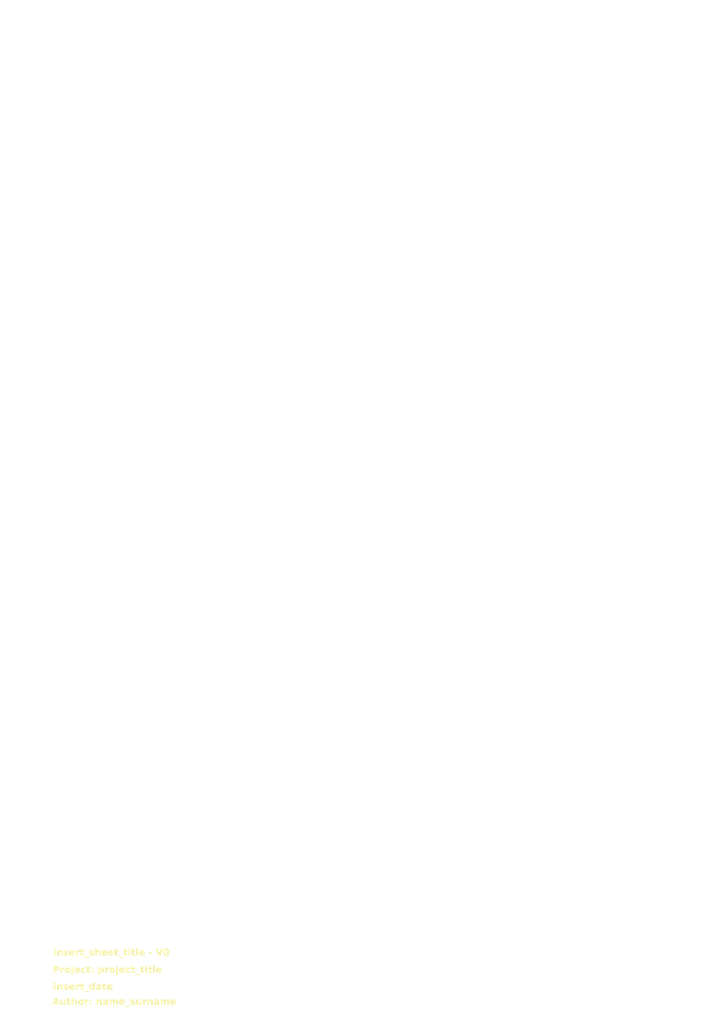
<source format=kicad_pcb>
(kicad_pcb
	(version 20240108)
	(generator "pcbnew")
	(generator_version "8.0")
	(general
		(thickness 0.19)
		(legacy_teardrops no)
	)
	(paper "A4")
	(title_block
		(title "insert_sheet_title")
		(date "insert_date")
		(rev "0")
		(company "University of Cape Town")
		(comment 1 "Project: project_title")
		(comment 2 "Author: name_surname")
	)
	(layers
		(0 "F.Cu" signal)
		(1 "In1.Cu" power)
		(2 "In2.Cu" power)
		(31 "B.Cu" signal)
		(32 "B.Adhes" user "B.Adhesive")
		(33 "F.Adhes" user "F.Adhesive")
		(34 "B.Paste" user)
		(35 "F.Paste" user)
		(36 "B.SilkS" user "B.Silkscreen")
		(37 "F.SilkS" user "F.Silkscreen")
		(38 "B.Mask" user)
		(39 "F.Mask" user)
		(40 "Dwgs.User" user "User.Drawings")
		(41 "Cmts.User" user "User.Comments")
		(44 "Edge.Cuts" user)
		(45 "Margin" user)
		(46 "B.CrtYd" user "B.Courtyard")
		(47 "F.CrtYd" user "F.Courtyard")
		(49 "F.Fab" user)
	)
	(setup
		(stackup
			(layer "F.SilkS"
				(type "Top Silk Screen")
			)
			(layer "F.Paste"
				(type "Top Solder Paste")
			)
			(layer "F.Mask"
				(type "Top Solder Mask")
				(thickness 0.01)
			)
			(layer "F.Cu"
				(type "copper")
				(thickness 0.035)
			)
			(layer "dielectric 1"
				(type "prepreg")
				(thickness 0.01)
				(material "FR4")
				(epsilon_r 4.5)
				(loss_tangent 0.02)
			)
			(layer "In1.Cu"
				(type "copper")
				(thickness 0.035)
			)
			(layer "dielectric 2"
				(type "core")
				(thickness 0.01)
				(material "FR4")
				(epsilon_r 4.5)
				(loss_tangent 0.02)
			)
			(layer "In2.Cu"
				(type "copper")
				(thickness 0.035)
			)
			(layer "dielectric 3"
				(type "prepreg")
				(thickness 0.01)
				(material "FR4")
				(epsilon_r 4.5)
				(loss_tangent 0.02)
			)
			(layer "B.Cu"
				(type "copper")
				(thickness 0.035)
			)
			(layer "B.Mask"
				(type "Bottom Solder Mask")
				(thickness 0.01)
			)
			(layer "B.Paste"
				(type "Bottom Solder Paste")
			)
			(layer "B.SilkS"
				(type "Bottom Silk Screen")
			)
			(copper_finish "None")
			(dielectric_constraints no)
		)
		(pad_to_mask_clearance 0)
		(allow_soldermask_bridges_in_footprints no)
		(grid_origin 211.7752 80.01)
		(pcbplotparams
			(layerselection 0x00010fc_ffffffff)
			(plot_on_all_layers_selection 0x0000000_00000000)
			(disableapertmacros no)
			(usegerberextensions no)
			(usegerberattributes yes)
			(usegerberadvancedattributes yes)
			(creategerberjobfile yes)
			(dashed_line_dash_ratio 12.000000)
			(dashed_line_gap_ratio 3.000000)
			(svgprecision 4)
			(plotframeref no)
			(viasonmask no)
			(mode 1)
			(useauxorigin no)
			(hpglpennumber 1)
			(hpglpenspeed 20)
			(hpglpendiameter 15.000000)
			(pdf_front_fp_property_popups yes)
			(pdf_back_fp_property_popups yes)
			(dxfpolygonmode yes)
			(dxfimperialunits yes)
			(dxfusepcbnewfont yes)
			(psnegative no)
			(psa4output no)
			(plotreference yes)
			(plotvalue yes)
			(plotfptext yes)
			(plotinvisibletext no)
			(sketchpadsonfab no)
			(subtractmaskfromsilk no)
			(outputformat 1)
			(mirror no)
			(drillshape 1)
			(scaleselection 1)
			(outputdirectory "")
		)
	)
	(net 0 "")
	(gr_text "${COMMENT1}"
		(at 257.15 153.5 0)
		(layer "F.SilkS")
		(uuid "0155fd47-cadb-4c0e-8bf0-a1776acdf645")
		(effects
			(font
				(face "Verdana")
				(size 1 1)
				(thickness 0.15)
				(bold yes)
			)
			(justify left)
		)
		(render_cache "Project: project_title" 0
			(polygon
				(pts
					(xy 257.767091 152.900282) (xy 257.819651 152.904891) (xy 257.87058 152.913761) (xy 257.879064 152.915802)
					(xy 257.927241 152.930663) (xy 257.974472 152.952188) (xy 257.997766 152.966116) (xy 258.036786 152.996506)
					(xy 258.071453 153.035782) (xy 258.092044 153.069431) (xy 258.110678 153.115755) (xy 258.121577 153.168082)
					(xy 258.124773 153.220861) (xy 258.121372 153.271889) (xy 258.111171 153.322024) (xy 258.100593 153.354951)
					(xy 258.079721 153.400975) (xy 258.050522 153.444323) (xy 258.03196 153.46486) (xy 257.992414 153.499679)
					(xy 257.950101 153.528726) (xy 257.905021 153.552) (xy 257.895673 153.555963) (xy 257.845055 153.572191)
					(xy 257.793339 153.581658) (xy 257.742472 153.585986) (xy 257.708339 153.586737) (xy 257.544207 153.586737)
					(xy 257.544207 153.915) (xy 257.280425 153.915) (xy 257.280425 153.086528) (xy 257.544207 153.086528)
					(xy 257.544207 153.399159) (xy 257.619678 153.399159) (xy 257.6705 153.397788) (xy 257.719322 153.392801)
					(xy 257.730565 153.390854) (xy 257.777488 153.374848) (xy 257.803838 153.357149) (xy 257.833971 153.318635)
					(xy 257.840474 153.30366) (xy 257.850832 153.254208) (xy 257.851953 153.227456) (xy 257.842794 153.177062)
					(xy 257.828506 153.151496) (xy 257.792908 153.116622) (xy 257.774284 153.1068) (xy 257.726043 153.092126)
					(xy 257.693928 153.088237) (xy 257.645031 153.086903) (xy 257.593687 153.086529) (xy 257.589637 153.086528)
					(xy 257.544207 153.086528) (xy 257.280425 153.086528) (xy 257.280425 152.898949) (xy 257.714689 152.898949)
				)
			)
			(polygon
				(pts
					(xy 258.851884 153.399159) (xy 258.829902 153.399159) (xy 258.781034 153.387683) (xy 258.778855 153.387435)
					(xy 258.729839 153.383664) (xy 258.720725 153.383527) (xy 258.670839 153.385237) (xy 258.62718 153.390366)
					(xy 258.576881 153.401469) (xy 258.539986 153.412836) (xy 258.539986 153.915) (xy 258.292568 153.915)
					(xy 258.292568 153.149054) (xy 258.539986 153.149054) (xy 258.539986 153.262383) (xy 258.579553 153.230372)
					(xy 258.620855 153.201621) (xy 258.666717 153.176924) (xy 258.682135 153.170792) (xy 258.729737 153.156717)
					(xy 258.780656 153.149394) (xy 258.79351 153.149054) (xy 258.822819 153.149787) (xy 258.851884 153.151985)
				)
			)
			(polygon
				(pts
					(xy 259.403353 153.119527) (xy 259.460646 153.126581) (xy 259.513454 153.139062) (xy 259.561777 153.156969)
					(xy 259.605617 153.180302) (xy 259.652306 153.215464) (xy 259.666434 153.228921) (xy 259.703952 153.273446)
					(xy 259.733707 153.323672) (xy 259.752574 153.369883) (xy 259.76605 153.420053) (xy 259.774136 153.474182)
					(xy 259.776831 153.532271) (xy 259.774124 153.590424) (xy 259.766003 153.644594) (xy 259.752467 153.694781)
					(xy 259.733516 153.740984) (xy 259.703629 153.79117) (xy 259.665945 153.835621) (xy 259.621203 153.873222)
					(xy 259.57909 153.898613) (xy 259.532588 153.918602) (xy 259.481698 153.933189) (xy 259.426419 153.942373)
					(xy 259.366751 153.946155) (xy 259.354291 153.946263) (xy 259.293816 153.943561) (xy 259.237718 153.935458)
					(xy 259.185996 153.921952) (xy 259.138651 153.903043) (xy 259.095684 153.878732) (xy 259.049899 153.842428)
					(xy 259.042882 153.835621) (xy 259.005198 153.79117) (xy 258.97531 153.740984) (xy 258.95636 153.694781)
					(xy 258.942824 153.644594) (xy 258.934702 153.590424) (xy 258.932063 153.533736) (xy 259.188206 153.533736)
					(xy 259.190141 153.583305) (xy 259.197182 153.633487) (xy 259.19993 153.6456) (xy 259.216519 153.693032)
					(xy 259.234124 153.721803) (xy 259.271905 153.754593) (xy 259.286636 153.761859) (xy 259.335164 153.77333)
					(xy 259.356489 153.774316) (xy 259.405262 153.767858) (xy 259.420725 153.762836) (xy 259.462764 153.734977)
					(xy 259.472505 153.723757) (xy 259.497959 153.681339) (xy 259.508653 153.651217) (xy 259.517629 153.600598)
					(xy 259.520515 153.54751) (xy 259.520621 153.533736) (xy 259.518869 153.484873) (xy 259.512397 153.435852)
					(xy 259.508164 153.417477) (xy 259.491334 153.370473) (xy 259.47397 153.34225) (xy 259.435914 153.308728)
					(xy 259.420969 153.301706) (xy 259.371922 153.290486) (xy 259.354291 153.289738) (xy 259.305198 153.295233)
					(xy 259.290788 153.299508) (xy 259.248857 153.326848) (xy 259.237543 153.338831) (xy 259.211943 153.383465)
					(xy 259.201639 153.413813) (xy 259.191997 153.463884) (xy 259.188416 153.516048) (xy 259.188206 153.533736)
					(xy 258.932063 153.533736) (xy 258.931995 153.532271) (xy 258.93472 153.473778) (xy 258.942896 153.419352)
					(xy 258.956521 153.368992) (xy 258.975596 153.322699) (xy 259.005681 153.272516) (xy 259.043614 153.228189)
					(xy 259.088545 153.190671) (xy 259.130684 153.165335) (xy 259.177093 153.14539) (xy 259.227771 153.130836)
					(xy 259.282719 153.121672) (xy 259.341935 153.117899) (xy 259.354291 153.117791)
				)
			)
			(polygon
				(pts
					(xy 260.282414 153.923304) (xy 260.278569 153.976906) (xy 260.267033 154.025084) (xy 260.244433 154.073505)
					(xy 260.211789 154.114844) (xy 260.202058 154.124071) (xy 260.158995 154.155701) (xy 260.110162 154.178293)
					(xy 260.062699 154.190649) (xy 260.010819 154.196085) (xy 259.995184 154.196367) (xy 259.942546 154.19536)
					(xy 259.893778 154.192336) (xy 259.872575 154.190261) (xy 259.822335 154.183705) (xy 259.791974 154.177805)
					(xy 259.791974 153.993157) (xy 259.81127 153.993157) (xy 259.860647 154.003871) (xy 259.862561 154.004148)
					(xy 259.911653 154.008789) (xy 259.962143 154.002017) (xy 260.003809 153.975089) (xy 260.009106 153.967756)
					(xy 260.026971 153.921921) (xy 260.03399 153.871675) (xy 260.03524 153.833178) (xy 260.03524 153.321001)
					(xy 259.888695 153.321001) (xy 259.888695 153.149054) (xy 260.282414 153.149054)
				)
			)
			(polygon
				(pts
					(xy 260.282414 153.024002) (xy 260.019364 153.024002) (xy 260.019364 152.836423) (xy 260.282414 152.836423)
				)
			)
			(polygon
				(pts
					(xy 260.950806 153.120104) (xy 261.002802 153.127045) (xy 261.059167 153.141482) (xy 261.108956 153.162583)
					(xy 261.152167 153.190346) (xy 261.17732 153.212557) (xy 261.209526 153.250931) (xy 261.235068 153.295161)
					(xy 261.253947 153.345247) (xy 261.266163 153.401189) (xy 261.271253 153.452281) (xy 261.272086 153.484888)
					(xy 261.272086 153.571106) (xy 260.705931 153.571106) (xy 260.71367 153.622939) (xy 260.733009 153.671921)
					(xy 260.763654 153.71184) (xy 260.775052 153.722048) (xy 260.820609 153.749611) (xy 260.871644 153.765689)
					(xy 260.924988 153.77304) (xy 260.962142 153.774316) (xy 261.015466 153.770795) (xy 261.067636 153.760232)
					(xy 261.114061 153.744518) (xy 261.160939 153.723513) (xy 261.203717 153.699413) (xy 261.230076 153.680526)
					(xy 261.257676 153.680526) (xy 261.257676 153.881538) (xy 261.211306 153.899265) (xy 261.161551 153.915427)
					(xy 261.113656 153.927869) (xy 261.099651 153.930875) (xy 261.046757 153.939636) (xy 260.995466 153.944444)
					(xy 260.941122 153.946248) (xy 260.935519 153.946263) (xy 260.879149 153.944606) (xy 260.826175 153.939637)
					(xy 260.776597 153.931356) (xy 260.719402 153.916346) (xy 260.667513 153.89616) (xy 260.620932 153.870799)
					(xy 260.579658 153.840261) (xy 260.544054 153.804941) (xy 260.514485 153.765233) (xy 260.49095 153.721136)
					(xy 260.47345 153.67265) (xy 260.461985 153.619775) (xy 260.456553 153.562511) (xy 260.456071 153.538377)
					(xy 260.458927 153.479742) (xy 260.466653 153.430422) (xy 260.705198 153.430422) (xy 261.026133 153.430422)
					(xy 261.018822 153.379232) (xy 260.99616 153.334491) (xy 260.987543 153.325153) (xy 260.944517 153.299733)
					(xy 260.892815 153.290291) (xy 260.874214 153.289738) (xy 260.824263 153.294443) (xy 260.774929 153.311827)
					(xy 260.756734 153.323199) (xy 260.724269 153.360191) (xy 260.707938 153.408355) (xy 260.705198 153.430422)
					(xy 260.466653 153.430422) (xy 260.467496 153.425043) (xy 260.481777 153.374279) (xy 260.501771 153.32745)
					(xy 260.527477 153.284558) (xy 260.558896 153.2456) (xy 260.573063 153.23112) (xy 260.611816 153.198471)
					(xy 260.654803 153.171356) (xy 260.702024 153.149775) (xy 260.753478 153.133728) (xy 260.809166 153.123214)
					(xy 260.869088 153.118234) (xy 260.894242 153.117791)
				)
			)
			(polygon
				(pts
					(xy 261.84337 153.946263) (xy 261.793911 153.944721) (xy 261.740897 153.9393) (xy 261.690665 153.929978)
					(xy 261.658722 153.921594) (xy 261.608767 153.903729) (xy 261.56301 153.880664) (xy 261.52145 153.8524)
					(xy 261.513642 153.846123) (xy 261.478151 153.811619) (xy 261.448002 153.771915) (xy 261.423196 153.727012)
					(xy 261.418876 153.717407) (xy 261.401102 153.666264) (xy 261.390733 153.615789) (xy 261.385697 153.561103)
					(xy 261.38517 153.535446) (xy 261.387414 153.482476) (xy 261.394146 153.43323) (xy 261.407084 153.382282)
					(xy 261.421074 153.345914) (xy 261.446457 153.298668) (xy 261.477422 153.256765) (xy 261.513968 153.220205)
					(xy 261.521946 153.213534) (xy 261.562886 153.185146) (xy 261.607546 153.161957) (xy 261.655927 153.143968)
					(xy 261.66605 153.140994) (xy 261.717784 153.128758) (xy 261.770712 153.121054) (xy 261.824831 153.117881)
					(xy 261.835799 153.117791) (xy 261.888593 153.119782) (xy 261.938501 153.125756) (xy 261.981367 153.134644)
					(xy 262.030105 153.148543) (xy 262.076301 153.165327) (xy 262.105687 153.178119) (xy 262.105687 153.383527)
					(xy 262.07076 153.383527) (xy 262.036078 153.36008) (xy 261.991712 153.336334) (xy 261.986252 153.333946)
					(xy 261.938703 153.317166) (xy 261.924214 153.313429) (xy 261.875458 153.306322) (xy 261.846057 153.305369)
					(xy 261.794028 153.310277) (xy 261.744693 153.32724) (xy 261.704278 153.35632) (xy 261.693893 153.367407)
					(xy 261.665815 153.410369) (xy 261.649436 153.456458) (xy 261.64148 153.509579) (xy 261.640648 153.535446)
					(xy 261.644053 153.586981) (xy 261.65602 153.637076) (xy 261.679424 153.682948) (xy 261.695115 153.70202)
					(xy 261.733769 153.731901) (xy 261.781344 153.750716) (xy 261.831788 153.758186) (xy 261.850209 153.758684)
					(xy 261.899754 153.755902) (xy 261.934228 153.749891) (xy 261.98161 153.735611) (xy 261.99651 153.729131)
					(xy 262.037543 153.705195) (xy 262.07076 153.680526) (xy 262.105687 153.680526) (xy 262.105687 153.887644)
					(xy 262.057411 153.90766) (xy 262.007443 153.924047) (xy 261.98381 153.930387) (xy 261.934293 153.940061)
					(xy 261.885584 153.945007)
				)
			)
			(polygon
				(pts
					(xy 262.758304 153.92306) (xy 262.709305 153.934185) (xy 262.673796 153.939912) (xy 262.624153 153.944675)
					(xy 262.572602 153.946238) (xy 262.564619 153.946263) (xy 262.513082 153.944193) (xy 262.45951 153.936548)
					(xy 262.406929 153.920913) (xy 262.363569 153.897919) (xy 262.349685 153.8874) (xy 262.315682 153.847526)
					(xy 262.2948 153.800956) (xy 262.28374 153.751616) (xy 262.279412 153.69426) (xy 262.279344 153.685411)
					(xy 262.279344 153.321001) (xy 262.177739 153.321001) (xy 262.177739 153.149054) (xy 262.279344 153.149054)
					(xy 262.279344 152.930212) (xy 262.526762 152.930212) (xy 262.526762 153.149054) (xy 262.758304 153.149054)
					(xy 262.758304 153.321001) (xy 262.526762 153.321001) (xy 262.526762 153.596018) (xy 262.527077 153.645135)
					(xy 262.527494 153.667337) (xy 262.536069 153.715663) (xy 262.538485 153.721803) (xy 262.570923 153.759254)
					(xy 262.572435 153.76015) (xy 262.621574 153.77343) (xy 262.64351 153.774316) (xy 262.692126 153.764001)
					(xy 262.694068 153.763325) (xy 262.737787 153.743053) (xy 262.758304 153.743053)
				)
			)
			(polygon
				(pts
					(xy 263.19672 153.41479) (xy 262.939776 153.41479) (xy 262.939776 153.149054) (xy 263.19672 153.149054)
				)
			)
			(polygon
				(pts
					(xy 263.19672 153.915) (xy 262.939776 153.915) (xy 262.939776 153.649263) (xy 263.19672 153.649263)
				)
			)
			(polygon
				(pts
					(xy 264.494954 153.121603) (xy 264.549732 153.135688) (xy 264.598338 153.160152) (xy 264.640773 153.194994)
					(xy 264.667306 153.226235) (xy 264.694531 153.269752) (xy 264.716124 153.318971) (xy 264.732084 153.373891)
					(xy 264.741081 153.424013) (xy 264.746166 153.478095) (xy 264.747418 153.524211) (xy 264.745099 153.577912)
					(xy 264.738144 153.628831) (xy 264.726552 153.676968) (xy 264.718108 153.702508) (xy 264.698154 153.749964)
					(xy 264.672072 153.795774) (xy 264.64166 153.834888) (xy 264.606183 153.869494) (xy 264.563925 153.900006)
					(xy 264.529797 153.91793) (xy 264.481632 153.935195) (xy 264.430925 153.944492) (xy 264.395708 153.946263)
					(xy 264.34555 153.943925) (xy 264.29569 153.935417) (xy 264.283845 153.932096) (xy 264.237377 153.915244)
					(xy 264.192816 153.894121) (xy 264.189811 153.892529) (xy 264.189811 154.196367) (xy 263.942393 154.196367)
					(xy 263.942393 153.743297) (xy 264.189811 153.743297) (xy 264.237331 153.755388) (xy 264.242568 153.755997)
					(xy 264.291401 153.758642) (xy 264.298255 153.758684) (xy 264.349524 153.754067) (xy 264.397199 153.738105)
					(xy 264.438346 153.707379) (xy 264.444556 153.70031) (xy 264.46993 153.657901) (xy 264.484731 153.609863)
					(xy 264.491498 153.559313) (xy 264.492672 153.523967) (xy 264.49026 153.470508) (xy 264.481781 153.419782)
					(xy 264.463126 153.371323) (xy 264.454082 153.357393) (xy 264.415549 153.32371) (xy 264.366885 153.307859)
					(xy 264.332693 153.305369) (xy 264.28341 153.310564) (xy 264.260397 153.31636) (xy 264.213359 153.334568)
					(xy 264.189811 153.347379) (xy 264.189811 153.743297) (xy 263.942393 153.743297) (xy 263.942393 153.149054)
					(xy 264.189811 153.149054) (xy 264.189811 153.22941) (xy 264.229224 153.199649) (xy 264.272879 153.17054)
					(xy 264.306071 153.151008) (xy 264.353274 153.130766) (xy 264.405493 153.119867) (xy 264.443091 153.117791)
				)
			)
			(polygon
				(pts
					(xy 265.480635 153.399159) (xy 265.458653 153.399159) (xy 265.409785 153.387683) (xy 265.407606 153.387435)
					(xy 265.358589 153.383664) (xy 265.349476 153.383527) (xy 265.29959 153.385237) (xy 265.255931 153.390366)
					(xy 265.205632 153.401469) (xy 265.168736 153.412836) (xy 265.168736 153.915) (xy 264.921318 153.915)
					(xy 264.921318 153.149054) (xy 265.168736 153.149054) (xy 265.168736 153.262383) (xy 265.208304 153.230372)
					(xy 265.249606 153.201621) (xy 265.295468 153.176924) (xy 265.310886 153.170792) (xy 265.358488 153.156717)
					(xy 265.409407 153.149394) (xy 265.42226 153.149054) (xy 265.45157 153.149787) (xy 265.480635 153.151985)
				)
			)
			(polygon
				(pts
					(xy 266.032104 153.119527) (xy 266.089396 153.126581) (xy 266.142204 153.139062) (xy 266.190528 153.156969)
					(xy 266.234368 153.180302) (xy 266.281057 153.215464) (xy 266.295184 153.228921) (xy 266.332702 153.273446)
					(xy 266.362458 153.323672) (xy 266.381325 153.369883) (xy 266.394801 153.420053) (xy 266.402887 153.474182)
					(xy 266.405582 153.532271) (xy 266.402875 153.590424) (xy 266.394753 153.644594) (xy 266.381218 153.694781)
					(xy 266.362267 153.740984) (xy 266.33238 153.79117) (xy 266.294696 153.835621) (xy 266.249954 153.873222)
					(xy 266.207841 153.898613) (xy 266.161339 153.918602) (xy 266.110449 153.933189) (xy 266.05517 153.942373)
					(xy 265.995502 153.946155) (xy 265.983042 153.946263) (xy 265.922567 153.943561) (xy 265.866469 153.935458)
					(xy 265.814747 153.921952) (xy 265.767402 153.903043) (xy 265.724434 153.878732) (xy 265.67865 153.842428)
					(xy 265.671632 153.835621) (xy 265.633948 153.79117) (xy 265.604061 153.740984) (xy 265.585111 153.694781)
					(xy 265.571575 153.644594) (xy 265.563453 153.590424) (xy 265.560814 153.533736) (xy 265.816957 153.533736)
					(xy 265.818892 153.583305) (xy 265.825933 153.633487) (xy 265.828681 153.6456) (xy 265.84527 153.693032)
					(xy 265.862875 153.721803) (xy 265.900656 153.754593) (xy 265.915387 153.761859) (xy 265.963915 153.77333)
					(xy 265.98524 153.774316) (xy 266.034012 153.767858) (xy 266.049476 153.762836) (xy 266.091515 153.734977)
					(xy 266.101256 153.723757) (xy 266.12671 153.681339) (xy 266.137404 153.651217) (xy 266.146379 153.600598)
					(xy 266.149266 153.54751) (xy 266.149371 153.533736) (xy 266.14762 153.484873) (xy 266.141148 153.435852)
					(xy 266.136915 153.417477) (xy 266.120085 153.370473) (xy 266.102721 153.34225) (xy 266.064665 153.308728)
					(xy 266.04972 153.301706) (xy 266.000673 153.290486) (xy 265.983042 153.289738) (xy 265.933949 153.295233)
					(xy 265.919539 153.299508) (xy 265.877607 153.326848) (xy 265.866294 153.338831) (xy 265.840694 153.383465)
					(xy 265.83039 153.413813) (xy 265.820748 153.463884) (xy 265.817167 153.516048) (xy 265.816957 153.533736)
					(xy 265.560814 153.533736) (xy 265.560746 153.532271) (xy 265.563471 153.473778) (xy 265.571646 153.419352)
					(xy 265.585272 153.368992) (xy 265.604347 153.322699) (xy 265.634432 153.272516) (xy 265.672365 153.228189)
					(xy 265.717296 153.190671) (xy 265.759435 153.165335) (xy 265.805844 153.14539) (xy 265.856522 153.130836)
					(xy 265.911469 153.121672) (xy 265.970686 153.117899) (xy 265.983042 153.117791)
				)
			)
			(polygon
				(pts
					(xy 266.911165 153.923304) (xy 266.90732 153.976906) (xy 266.895784 154.025084) (xy 266.873184 154.073505)
					(xy 266.84054 154.114844) (xy 266.830809 154.124071) (xy 266.787746 154.155701) (xy 266.738913 154.178293)
					(xy 266.69145 154.190649) (xy 266.63957 154.196085) (xy 266.623935 154.196367) (xy 266.571297 154.19536)
					(xy 266.522529 154.192336) (xy 266.501325 154.190261) (xy 266.451086 154.183705) (xy 266.420725 154.177805)
					(xy 266.420725 153.993157) (xy 266.44002 153.993157) (xy 266.489398 154.003871) (xy 266.491311 154.004148)
					(xy 266.540404 154.008789) (xy 266.590894 154.002017) (xy 266.63256 153.975089) (xy 266.637857 153.967756)
					(xy 266.655722 153.921921) (xy 266.662741 153.871675) (xy 266.663991 153.833178) (xy 266.663991 153.321001)
					(xy 266.517445 153.321001) (xy 266.517445 153.149054) (xy 266.911165 153.149054)
				)
			)
			(polygon
				(pts
					(xy 266.911165 153.024002) (xy 266.648115 153.024002) (xy 266.648115 152.836423) (xy 266.911165 152.836423)
				)
			)
			(polygon
				(pts
					(xy 267.579557 153.120104) (xy 267.631552 153.127045) (xy 267.687918 153.141482) (xy 267.737707 153.162583)
					(xy 267.780917 153.190346) (xy 267.806071 153.212557) (xy 267.838276 153.250931) (xy 267.863819 153.295161)
					(xy 267.882698 153.345247) (xy 267.894914 153.401189) (xy 267.900004 153.452281) (xy 267.900837 153.484888)
					(xy 267.900837 153.571106) (xy 267.334682 153.571106) (xy 267.342421 153.622939) (xy 267.36176 153.671921)
					(xy 267.392405 153.71184) (xy 267.403803 153.722048) (xy 267.44936 153.749611) (xy 267.500395 153.765689)
					(xy 267.553739 153.77304) (xy 267.590893 153.774316) (xy 267.644217 153.770795) (xy 267.696387 153.760232)
					(xy 267.742812 153.744518) (xy 267.789689 153.723513) (xy 267.832468 153.699413) (xy 267.858827 153.680526)
					(xy 267.886427 153.680526) (xy 267.886427 153.881538) (xy 267.840056 153.899265) (xy 267.790302 153.915427)
					(xy 267.742407 153.927869) (xy 267.728401 153.930875) (xy 267.675508 153.939636) (xy 267.624217 153.944444)
					(xy 267.569873 153.946248) (xy 267.56427 153.946263) (xy 267.5079 153.944606) (xy 267.454926 153.939637)
					(xy 267.405348 153.931356) (xy 267.348153 153.916346) (xy 267.296264 153.89616) (xy 267.249683 153.870799)
					(xy 267.208408 153.840261) (xy 267.172805 153.804941) (xy 267.143236 153.765233) (xy 267.119701 153.721136)
					(xy 267.102201 153.67265) (xy 267.090735 153.619775) (xy 267.085304 153.562511) (xy 267.084822 153.538377)
					(xy 267.087678 153.479742) (xy 267.095404 153.430422) (xy 267.333949 153.430422) (xy 267.654884 153.430422)
					(xy 267.647573 153.379232) (xy 267.624911 153.334491) (xy 267.616294 153.325153) (xy 267.573268 153.299733)
					(xy 267.521566 153.290291) (xy 267.502965 153.289738) (xy 267.453014 153.294443) (xy 267.40368 153.311827)
					(xy 267.385484 153.323199) (xy 267.35302 153.360191) (xy 267.336689 153.408355) (xy 267.333949 153.430422)
					(xy 267.095404 153.430422) (xy 267.096247 153.425043) (xy 267.110528 153.374279) (xy 267.130522 153.32745)
					(xy 267.156228 153.284558) (xy 267.187647 153.2456) (xy 267.201814 153.23112) (xy 267.240567 153.198471)
					(xy 267.283554 153.171356) (xy 267.330775 153.149775) (xy 267.382229 153.133728) (xy 267.437917 153.123214)
					(xy 267.497839 153.118234) (xy 267.522993 153.117791)
				)
			)
			(polygon
				(pts
					(xy 268.472121 153.946263) (xy 268.422662 153.944721) (xy 268.369648 153.9393) (xy 268.319416 153.929978)
					(xy 268.287473 153.921594) (xy 268.237518 153.903729) (xy 268.191761 153.880664) (xy 268.150201 153.8524)
					(xy 268.142393 153.846123) (xy 268.106902 153.811619) (xy 268.076753 153.771915) (xy 268.051947 153.727012)
					(xy 268.047627 153.717407) (xy 268.029852 153.666264) (xy 268.019484 153.615789) (xy 268.014448 153.561103)
					(xy 268.013921 153.535446) (xy 268.016165 153.482476) (xy 268.022897 153.43323) (xy 268.035835 153.382282)
					(xy 268.049825 153.345914) (xy 268.075208 153.298668) (xy 268.106173 153.256765) (xy 268.142718 153.220205)
					(xy 268.150697 153.213534) (xy 268.191637 153.185146) (xy 268.236297 153.161957) (xy 268.284678 153.143968)
					(xy 268.294801 153.140994) (xy 268.346535 153.128758) (xy 268.399462 153.121054) (xy 268.453582 153.117881)
					(xy 268.464549 153.117791) (xy 268.517344 153.119782) (xy 268.567252 153.125756) (xy 268.610118 153.134644)
					(xy 268.658856 153.148543) (xy 268.705052 153.165327) (xy 268.734438 153.178119) (xy 268.734438 153.383527)
					(xy 268.699511 153.383527) (xy 268.664829 153.36008) (xy 268.620463 153.336334) (xy 268.615003 153.333946)
					(xy 268.567454 153.317166) (xy 268.552965 153.313429) (xy 268.504209 153.306322) (xy 268.474808 153.305369)
					(xy 268.422779 153.310277) (xy 268.373444 153.32724) (xy 268.333029 153.35632) (xy 268.322644 153.367407)
					(xy 268.294566 153.410369) (xy 268.278187 153.456458) (xy 268.270231 153.509579) (xy 268.269399 153.535446)
					(xy 268.272803 153.586981) (xy 268.284771 153.637076) (xy 268.308175 153.682948) (xy 268.323866 153.70202)
					(xy 268.36252 153.731901) (xy 268.410095 153.750716) (xy 268.460539 153.758186) (xy 268.47896 153.758684)
					(xy 268.528505 153.755902) (xy 268.562979 153.749891) (xy 268.610361 153.735611) (xy 268.625261 153.729131)
					(xy 268.666294 153.705195) (xy 268.699511 153.680526) (xy 268.734438 153.680526) (xy 268.734438 153.887644)
					(xy 268.686162 153.90766) (xy 268.636194 153.924047) (xy 268.612561 153.930387) (xy 268.563044 153.940061)
					(xy 268.514335 153.945007)
				)
			)
			(polygon
				(pts
					(xy 269.387055 153.92306) (xy 269.338056 153.934185) (xy 269.302547 153.939912) (xy 269.252904 153.944675)
					(xy 269.201353 153.946238) (xy 269.19337 153.946263) (xy 269.141833 153.944193) (xy 269.088261 153.936548)
					(xy 269.03568 153.920913) (xy 268.99232 153.897919) (xy 268.978436 153.8874) (xy 268.944433 153.847526)
					(xy 268.92355 153.800956) (xy 268.912491 153.751616) (xy 268.908163 153.69426) (xy 268.908094 153.685411)
					(xy 268.908094 153.321001) (xy 268.806489 153.321001) (xy 268.806489 153.149054) (xy 268.908094 153.149054)
					(xy 268.908094 152.930212) (xy 269.155512 152.930212) (xy 269.155512 153.149054) (xy 269.387055 153.149054)
					(xy 269.387055 153.321001) (xy 269.155512 153.321001) (xy 269.155512 153.596018) (xy 269.155828 153.645135)
					(xy 269.156245 153.667337) (xy 269.16482 153.715663) (xy 269.167236 153.721803) (xy 269.199674 153.759254)
					(xy 269.201186 153.76015) (xy 269.250324 153.77343) (xy 269.27226 153.774316) (xy 269.320877 153.764001)
					(xy 269.322819 153.763325) (xy 269.366538 153.743053) (xy 269.387055 153.743053)
				)
			)
			(polygon
				(pts
					(xy 270.425087 154.149473) (xy 269.40293 154.149473) (xy 269.40293 154.008789) (xy 270.425087 154.008789)
				)
			)
			(polygon
				(pts
					(xy 271.018597 153.92306) (xy 270.969598 153.934185) (xy 270.934089 153.939912) (xy 270.884446 153.944675)
					(xy 270.832895 153.946238) (xy 270.824912 153.946263) (xy 270.773375 153.944193) (xy 270.719803 153.936548)
					(xy 270.667223 153.920913) (xy 270.623862 153.897919) (xy 270.609979 153.8874) (xy 270.575975 153.847526)
					(xy 270.555093 153.800956) (xy 270.544033 153.751616) (xy 270.539705 153.69426) (xy 270.539637 153.685411)
					(xy 270.539637 153.321001) (xy 270.438032 153.321001) (xy 270.438032 153.149054) (xy 270.539637 153.149054)
					(xy 270.539637 152.930212) (xy 270.787055 152.930212) (xy 270.787055 153.149054) (xy 271.018597 153.149054)
					(xy 271.018597 153.321001) (xy 270.787055 153.321001) (xy 270.787055 153.596018) (xy 270.78737 153.645135)
					(xy 270.787787 153.667337) (xy 270.796363 153.715663) (xy 270.798778 153.721803) (xy 270.831216 153.759254)
					(xy 270.832728 153.76015) (xy 270.881867 153.77343) (xy 270.903803 153.774316) (xy 270.952419 153.764001)
					(xy 270.954361 153.763325) (xy 270.99808 153.743053) (xy 271.018597 153.743053)
				)
			)
			(polygon
				(pts
					(xy 271.40963 153.915) (xy 271.162212 153.915) (xy 271.162212 153.149054) (xy 271.40963 153.149054)
				)
			)
			(polygon
				(pts
					(xy 271.416468 153.024002) (xy 271.155373 153.024002) (xy 271.155373 152.836423) (xy 271.416468 152.836423)
				)
			)
			(polygon
				(pts
					(xy 272.133321 153.92306) (xy 272.084323 153.934185) (xy 272.048813 153.939912) (xy 271.999171 153.944675)
					(xy 271.947619 153.946238) (xy 271.939637 153.946263) (xy 271.888099 153.944193) (xy 271.834528 153.936548)
					(xy 271.781947 153.920913) (xy 271.738586 153.897919) (xy 271.724703 153.8874) (xy 271.6907 153.847526)
					(xy 271.669817 153.800956) (xy 271.658757 153.751616) (xy 271.65443 153.69426) (xy 271.654361 153.685411)
					(xy 271.654361 153.321001) (xy 271.552756 153.321001) (xy 271.552756 153.149054) (xy 271.654361 153.149054)
					(xy 271.654361 152.930212) (xy 271.901779 152.930212) (xy 271.901779 153.149054) (xy 272.133321 153.149054)
					(xy 272.133321 153.321001) (xy 271.901779 153.321001) (xy 271.901779 153.596018) (xy 271.902095 153.645135)
					(xy 271.902512 153.667337) (xy 271.911087 153.715663) (xy 271.913503 153.721803) (xy 271.94594 153.759254)
					(xy 271.947452 153.76015) (xy 271.996591 153.77343) (xy 272.018527 153.774316) (xy 272.067143 153.764001)
					(xy 272.069085 153.763325) (xy 272.112805 153.743053) (xy 272.133321 153.743053)
				)
			)
			(polygon
				(pts
					(xy 272.524354 153.915) (xy 272.276936 153.915) (xy 272.276936 152.836423) (xy 272.524354 152.836423)
				)
			)
			(polygon
				(pts
					(xy 273.193234 153.120104) (xy 273.24523 153.127045) (xy 273.301596 153.141482) (xy 273.351384 153.162583)
					(xy 273.394595 153.190346) (xy 273.419748 153.212557) (xy 273.451954 153.250931) (xy 273.477496 153.295161)
					(xy 273.496376 153.345247) (xy 273.508592 153.401189) (xy 273.513682 153.452281) (xy 273.514515 153.484888)
					(xy 273.514515 153.571106) (xy 272.94836 153.571106) (xy 272.956098 153.622939) (xy 272.975437 153.671921)
					(xy 273.006082 153.71184) (xy 273.01748 153.722048) (xy 273.063037 153.749611) (xy 273.114072 153.765689)
					(xy 273.167416 153.77304) (xy 273.20457 153.774316) (xy 273.257894 153.770795) (xy 273.310064 153.760232)
					(xy 273.356489 153.744518) (xy 273.403367 153.723513) (xy 273.446146 153.699413) (xy 273.472505 153.680526)
					(xy 273.500104 153.680526) (xy 273.500104 153.881538) (xy 273.453734 153.899265) (xy 273.403979 153.915427)
					(xy 273.356085 153.927869) (xy 273.342079 153.930875) (xy 273.289185 153.939636) (xy 273.237894 153.944444)
					(xy 273.18355 153.946248) (xy 273.177948 153.946263) (xy 273.121577 153.944606) (xy 273.068603 153.939637)
					(xy 273.019026 153.931356) (xy 272.96183 153.916346) (xy 272.909942 153.89616) (xy 272.86336 153.870799)
					(xy 272.822086 153.840261) (xy 272.786482 153.804941) (xy 272.756913 153.765233) (xy 272.733379 153.721136)
					(xy 272.715879 153.67265) (xy 272.704413 153.619775) (xy 272.698982 153.562511) (xy 272.698499 153.538377)
					(xy 272.701355 153.479742) (xy 272.709081 153.430422) (xy 272.947627 153.430422) (xy 273.268562 153.430422)
					(xy 273.26125 153.379232) (xy 273.238589 153.334491) (xy 273.229972 153.325153) (xy 273.186945 153.299733)
					(xy 273.135244 153.290291) (xy 273.116643 153.289738) (xy 273.066691 153.294443) (xy 273.017357 153.311827)
					(xy 272.999162 153.323199) (xy 272.966698 153.360191) (xy 272.950366 153.408355) (xy 272.947627 153.430422)
					(xy 272.709081 153.430422) (xy 272.709924 153.425043) (xy 272.724205 153.374279) (xy 272.744199 153.32745)
					(xy 272.769906 153.284558) (xy 272.801324 153.2456) (xy 272.815491 153.23112) (xy 272.854245 153.198471)
					(xy 272.897232 153.171356) (xy 272.944452 153.149775) (xy 272.995907 153.133728) (xy 273.051595 153.123214)
					(xy 273.111517 153.118234) (xy 273.136671 153.117791)
				)
			)
		)
	)
	(gr_text "${ISSUE_DATE}"
		(at 257.188556 156.6 0)
		(layer "F.SilkS")
		(uuid "9548ad65-89cb-4f58-b20e-418f443bca86")
		(effects
			(font
				(face "Verdana")
				(size 1 1)
				(thickness 0.2)
				(bold yes)
			)
			(justify left bottom)
		)
		(render_cache "insert_date" 0
			(polygon
				(pts
					(xy 257.552722 156.43) (xy 257.305304 156.43) (xy 257.305304 155.664054) (xy 257.552722 155.664054)
				)
			)
			(polygon
				(pts
					(xy 257.55956 155.539002) (xy 257.298465 155.539002) (xy 257.298465 155.351423) (xy 257.55956 155.351423)
				)
			)
			(polygon
				(pts
					(xy 258.558025 156.43) (xy 258.309386 156.43) (xy 258.309386 156.046538) (xy 258.308007 155.997041)
					(xy 258.304501 155.953482) (xy 258.295933 155.904805) (xy 258.288137 155.884849) (xy 258.252715 155.850043)
					(xy 258.247837 155.847725) (xy 258.199067 155.836928) (xy 258.174075 155.836001) (xy 258.125119 155.841679)
					(xy 258.105687 155.846992) (xy 258.060045 155.865882) (xy 258.030461 155.882163) (xy 258.030461 156.43)
					(xy 257.783043 156.43) (xy 257.783043 155.664054) (xy 258.030461 155.664054) (xy 258.030461 155.739769)
					(xy 258.071176 155.709768) (xy 258.114805 155.682222) (xy 258.157223 155.66039) (xy 258.204724 155.643572)
					(xy 258.256004 155.634516) (xy 258.292289 155.632791) (xy 258.344286 155.636297) (xy 258.397329 155.648891)
					(xy 258.443563 155.670644) (xy 258.482989 155.701556) (xy 258.487439 155.706064) (xy 258.51832 155.747219)
					(xy 258.540379 155.797411) (xy 258.552442 155.848742) (xy 258.557405 155.898247) (xy 258.558025 155.924905)
				)
			)
			(polygon
				(pts
					(xy 259.45 156.190642) (xy 259.444869 156.2416) (xy 259.429477 156.288048) (xy 259.403823 156.329984)
					(xy 259.367908 156.367408) (xy 259.342777 156.386769) (xy 259.299795 156.412085) (xy 259.251266 156.432163)
					(xy 259.197191 156.447004) (xy 259.14789 156.45537) (xy 259.094737 156.460099) (xy 259.049442 156.461263)
					(xy 258.999112 156.460057) (xy 258.945375 156.455817) (xy 258.89469 156.448525) (xy 258.862596 156.441967)
					(xy 258.813456 156.429502) (xy 258.766841 156.414854) (xy 258.728018 156.399225) (xy 258.728018 156.195526)
					(xy 258.750733 156.195526) (xy 258.793475 156.222149) (xy 258.839058 156.244125) (xy 258.862596 156.253412)
					(xy 258.909179 156.268662) (xy 258.949791 156.278813) (xy 259.000349 156.28669) (xy 259.050853 156.289305)
					(xy 259.054327 156.289316) (xy 259.103591 156.287152) (xy 259.152714 156.277535) (xy 259.162038 156.273928)
					(xy 259.19635 156.237529) (xy 259.197209 156.228499) (xy 259.176448 156.186978) (xy 259.130691 156.16964)
					(xy 259.09829 156.162065) (xy 259.048522 156.152432) (xy 259.023552 156.148387) (xy 258.9735 156.13914)
					(xy 258.938311 156.130558) (xy 258.889081 156.114682) (xy 258.841835 156.092151) (xy 258.799446 156.061315)
					(xy 258.78224 156.043607) (xy 258.753316 155.999537) (xy 258.736399 155.948598) (xy 258.731438 155.896329)
					(xy 258.738032 155.842061) (xy 258.757816 155.792587) (xy 258.790789 155.747906) (xy 258.830459 155.712742)
					(xy 258.83695 155.708018) (xy 258.879231 155.682452) (xy 258.926939 155.662176) (xy 258.980073 155.64719)
					(xy 259.028497 155.638741) (xy 259.08069 155.633966) (xy 259.125157 155.632791) (xy 259.178504 155.634508)
					(xy 259.230468 155.63966) (xy 259.281048 155.648247) (xy 259.290998 155.650376) (xy 259.341473 155.662616)
					(xy 259.390557 155.677899) (xy 259.415073 155.687745) (xy 259.415073 155.882896) (xy 259.393824 155.882896)
					(xy 259.35041 155.858704) (xy 259.302599 155.838153) (xy 259.268283 155.826475) (xy 259.219721 155.814099)
					(xy 259.170755 155.806861) (xy 259.12589 155.804738) (xy 259.07713 155.80773) (xy 259.0276 155.819408)
					(xy 259.025017 155.820369) (xy 258.986778 155.851236) (xy 258.984229 155.864822) (xy 259.002791 155.907564)
					(xy 259.048718 155.926798) (xy 259.089986 155.936873) (xy 259.139502 155.946242) (xy 259.171319 155.951772)
					(xy 259.220581 155.961252) (xy 259.259002 155.970334) (xy 259.309801 155.987254) (xy 259.356818 156.011583)
					(xy 259.397076 156.045067) (xy 259.403105 156.051912) (xy 259.429804 156.093319) (xy 259.44542 156.141306)
				)
			)
			(polygon
				(pts
					(xy 260.048538 155.635104) (xy 260.100534 155.642045) (xy 260.1569 155.656482) (xy 260.206688 155.677583)
					(xy 260.249899 155.705346) (xy 260.275052 155.727557) (xy 260.307258 155.765931) (xy 260.332801 155.810161)
					(xy 260.35168 155.860247) (xy 260.363896 155.916189) (xy 260.368986 155.967281) (xy 260.369819 155.999888)
					(xy 260.369819 156.086106) (xy 259.803664 156.086106) (xy 259.811402 156.137939) (xy 259.830741 156.186921)
					(xy 259.861386 156.22684) (xy 259.872784 156.237048) (xy 259.918341 156.264611) (xy 259.969376 156.280689)
					(xy 260.02272 156.28804) (xy 260.059874 156.289316) (xy 260.113199 156.285795) (xy 260.165368 156.275232)
					(xy 260.211793 156.259518) (xy 260.258671 156.238513) (xy 260.30145 156.214413) (xy 260.327809 156.195526)
					(xy 260.355408 156.195526) (xy 260.355408 156.396538) (xy 260.309038 156.414265) (xy 260.259283 156.430427)
					(xy 260.211389 156.442869) (xy 260.197383 156.445875) (xy 260.144489 156.454636) (xy 260.093198 156.459444)
					(xy 260.038854 156.461248) (xy 260.033252 156.461263) (xy 259.976881 156.459606) (xy 259.923907 156.454637)
					(xy 259.87433 156.446356) (xy 259.817134 156.431346) (xy 259.765246 156.41116) (xy 259.718665 156.385799)
					(xy 259.67739 156.355261) (xy 259.641786 156.319941) (xy 259.612217 156.280233) (xy 259.588683 156.236136)
					(xy 259.571183 156.18765) (xy 259.559717 156.134775) (xy 259.554286 156.077511) (xy 259.553803 156.053377)
					(xy 259.556659 155.994742) (xy 259.564385 155.945422) (xy 259.802931 155.945422) (xy 260.123866 155.945422)
					(xy 260.116554 155.894232) (xy 260.093893 155.849491) (xy 260.085276 155.840153) (xy 260.042249 155.814733)
					(xy 259.990548 155.805291) (xy 259.971947 155.804738) (xy 259.921996 155.809443) (xy 259.872661 155.826827)
					(xy 259.854466 155.838199) (xy 259.822002 155.875191) (xy 259.80567 155.923355) (xy 259.802931 155.945422)
					(xy 259.564385 155.945422) (xy 259.565228 155.940043) (xy 259.57951 155.889279) (xy 259.599503 155.84245)
					(xy 259.62521 155.799558) (xy 259.656629 155.7606) (xy 259.670796 155.74612) (xy 259.709549 155.713471)
					(xy 259.752536 155.686356) (xy 259.799756 155.664775) (xy 259.851211 155.648728) (xy 259.906899 155.638214)
					(xy 259.966821 155.633234) (xy 259.991975 155.632791)
				)
			)
			(polygon
				(pts
					(xy 261.098395 155.914159) (xy 261.076413 155.914159) (xy 261.027546 155.902683) (xy 261.025366 155.902435)
					(xy 260.97635 155.898664) (xy 260.967237 155.898527) (xy 260.91735 155.900237) (xy 260.873692 155.905366)
					(xy 260.823393 155.916469) (xy 260.786497 155.927836) (xy 260.786497 156.43) (xy 260.539079 156.43)
					(xy 260.539079 155.664054) (xy 260.786497 155.664054) (xy 260.786497 155.777383) (xy 260.826064 155.745372)
					(xy 260.867366 155.716621) (xy 260.913228 155.691924) (xy 260.928646 155.685792) (xy 260.976249 155.671717)
					(xy 261.027168 155.664394) (xy 261.040021 155.664054) (xy 261.06933 155.664787) (xy 261.098395 155.666985)
				)
			)
			(polygon
				(pts
					(xy 261.728053 156.43806) (xy 261.679055 156.449185) (xy 261.643545 156.454912) (xy 261.593903 156.459675)
					(xy 261.542351 156.461238) (xy 261.534368 156.461263) (xy 261.482831 156.459193) (xy 261.42926 156.451548)
					(xy 261.376679 156.435913) (xy 261.333318 156.412919) (xy 261.319435 156.4024) (xy 261.285432 156.362526)
					(xy 261.264549 156.315956) (xy 261.253489 156.266616) (xy 261.249162 156.20926) (xy 261.249093 156.200411)
					(xy 261.249093 155.836001) (xy 261.147488 155.836001) (xy 261.147488 155.664054) (xy 261.249093 155.664054)
					(xy 261.249093 155.445212) (xy 261.496511 155.445212) (xy 261.496511 155.664054) (xy 261.728053 155.664054)
					(xy 261.728053 155.836001) (xy 261.496511 155.836001) (xy 261.496511 156.111018) (xy 261.496826 156.160135)
					(xy 261.497244 156.182337) (xy 261.505819 156.230663) (xy 261.508234 156.236803) (xy 261.540672 156.274254)
					(xy 261.542184 156.27515) (xy 261.591323 156.28843) (xy 261.613259 156.289316) (xy 261.661875 156.279001)
					(xy 261.663817 156.278325) (xy 261.707537 156.258053) (xy 261.728053 156.258053)
				)
			)
			(polygon
				(pts
					(xy 262.766085 156.664473) (xy 261.743929 156.664473) (xy 261.743929 156.523789) (xy 262.766085 156.523789)
				)
			)
			(polygon
				(pts
					(xy 263.616295 156.43) (xy 263.369121 156.43) (xy 263.369121 156.349644) (xy 263.329937 156.380093)
					(xy 263.288708 156.408463) (xy 263.249442 156.431465) (xy 263.201532 156.450758) (xy 263.152228 156.459837)
					(xy 263.121214 156.461263) (xy 263.07035 156.457381) (xy 263.016022 156.443043) (xy 262.967093 156.418138)
					(xy 262.923564 156.382669) (xy 262.895778 156.350865) (xy 262.867059 156.306678) (xy 262.844281 156.257098)
					(xy 262.827445 156.202127) (xy 262.817955 156.152198) (xy 262.812591 156.098524) (xy 262.811305 156.05411)
					(xy 263.06626 156.05411) (xy 263.068702 156.107813) (xy 263.077289 156.158813) (xy 263.096179 156.207609)
					(xy 263.105338 156.22166) (xy 263.145068 156.255344) (xy 263.195552 156.271195) (xy 263.231124 156.273684)
					(xy 263.281594 156.266997) (xy 263.302442 156.260739) (xy 263.348239 156.240278) (xy 263.369121 156.226789)
					(xy 263.369121 155.841374) (xy 263.321329 155.826575) (xy 263.314166 155.825254) (xy 263.264421 155.820388)
					(xy 263.26141 155.820369) (xy 263.210319 155.825277) (xy 263.162615 155.84224) (xy 263.121161 155.874895)
					(xy 263.114864 155.882407) (xy 263.089233 155.925727) (xy 263.074281 155.972749) (xy 263.067019 156.027384)
					(xy 263.06626 156.05411) (xy 262.811305 156.05411) (xy 262.81127 156.052889) (xy 262.813511 155.998494)
					(xy 262.820235 155.947693) (xy 262.832962 155.895463) (xy 262.839602 155.875812) (xy 262.859514 155.829592)
					(xy 262.886155 155.783764) (xy 262.91776 155.743189) (xy 262.955564 155.707251) (xy 262.999001 155.677838)
					(xy 263.031089 155.661856) (xy 263.081097 155.644144) (xy 263.131106 155.634607) (xy 263.164445 155.632791)
					(xy 263.216652 155.63525) (xy 263.266573 155.644198) (xy 263.278018 155.64769) (xy 263.325869 155.665535)
					(xy 263.369121 155.685059) (xy 263.369121 155.351423) (xy 263.616295 155.351423)
				)
			)
			(polygon
				(pts
					(xy 264.210114 155.63381) (xy 264.268557 155.637949) (xy 264.321287 155.645273) (xy 264.377023 155.658265)
					(xy 264.424533 155.675842) (xy 264.463817 155.698004) (xy 264.50485 155.735251) (xy 264.534159 155.781779)
					(xy 264.550188 155.830105) (xy 264.55724 155.885536) (xy 264.557606 155.902679) (xy 264.557606 156.43)
					(xy 264.312387 156.43) (xy 264.312387 156.348178) (xy 264.271808 156.378253) (xy 264.262805 156.384815)
					(xy 264.220628 156.411605) (xy 264.207362 156.418276) (xy 264.160727 156.439323) (xy 264.131647 156.449295)
					(xy 264.082572 156.459287) (xy 264.045918 156.461263) (xy 263.993192 156.456988) (xy 263.944923 156.444166)
					(xy 263.895949 156.419522) (xy 263.861759 156.392875) (xy 263.829274 156.356192) (xy 263.803823 156.309268)
					(xy 263.790119 156.256355) (xy 263.787509 156.217752) (xy 263.789313 156.193084) (xy 264.038835 156.193084)
					(xy 264.042987 156.232896) (xy 264.063503 156.262205) (xy 264.101361 156.282721) (xy 264.150764 156.289)
					(xy 264.169993 156.289316) (xy 264.21914 156.282689) (xy 264.24522 156.273928) (xy 264.289432 156.250973)
					(xy 264.312387 156.233628) (xy 264.312387 156.070474) (xy 264.263568 156.075064) (xy 264.214614 156.080607)
					(xy 264.203699 156.081953) (xy 264.155145 156.089359) (xy 264.115038 156.09905) (xy 264.070756 156.121806)
					(xy 264.058374 156.133733) (xy 264.039522 156.17976) (xy 264.038835 156.193084) (xy 263.789313 156.193084)
					(xy 263.791182 156.16753) (xy 263.803707 156.119338) (xy 263.825122 156.078534) (xy 263.857946 156.041279)
					(xy 263.899631 156.010482) (xy 263.932345 155.993538) (xy 263.978589 155.975787) (xy 264.031225 155.961614)
					(xy 264.084063 155.951918) (xy 264.102826 155.94933) (xy 264.154102 155.943162) (xy 264.206324 155.93785)
					(xy 264.259493 155.933393) (xy 264.313608 155.92979) (xy 264.313608 155.925394) (xy 264.304982 155.876802)
					(xy 264.27359 155.838066) (xy 264.26134 155.830872) (xy 264.210888 155.813951) (xy 264.160942 155.806805)
					(xy 264.107711 155.804738) (xy 264.056571 155.808809) (xy 264.007003 155.819794) (xy 263.977041 155.829406)
					(xy 263.930547 155.846293) (xy 263.883613 155.86469) (xy 263.877634 155.867264) (xy 263.85492 155.867264)
					(xy 263.85492 155.672847) (xy 263.906272 155.661123) (xy 263.955815 155.65193) (xy 263.98217 155.647445)
					(xy 264.031924 155.640361) (xy 264.081715 155.635596) (xy 264.131546 155.633149) (xy 264.159246 155.632791)
				)
			)
			(polygon
				(pts
					(xy 265.273482 156.43806) (xy 265.224484 156.449185) (xy 265.188974 156.454912) (xy 265.139332 156.459675)
					(xy 265.08778 156.461238) (xy 265.079798 156.461263) (xy 265.028261 156.459193) (xy 264.974689 156.451548)
					(xy 264.922108 156.435913) (xy 264.878747 156.412919) (xy 264.864864 156.4024) (xy 264.830861 156.362526)
					(xy 264.809978 156.315956) (xy 264.798918 156.266616) (xy 264.794591 156.20926) (xy 264.794522 156.200411)
					(xy 264.794522 155.836001) (xy 264.692917 155.836001) (xy 264.692917 155.664054) (xy 264.794522 155.664054)
					(xy 264.794522 155.445212) (xy 265.04194 155.445212) (xy 265.04194 155.664054) (xy 265.273482 155.664054)
					(xy 265.273482 155.836001) (xy 265.04194 155.836001) (xy 265.04194 156.111018) (xy 265.042256 156.160135)
					(xy 265.042673 156.182337) (xy 265.051248 156.230663) (xy 265.053664 156.236803) (xy 265.086101 156.274254)
					(xy 265.087613 156.27515) (xy 265.136752 156.28843) (xy 265.158688 156.289316) (xy 265.207304 156.279001)
					(xy 265.209246 156.278325) (xy 265.252966 156.258053) (xy 265.273482 156.258053)
				)
			)
			(polygon
				(pts
					(xy 265.855656 155.635104) (xy 265.907652 155.642045) (xy 265.964018 155.656482) (xy 266.013806 155.677583)
					(xy 266.057017 155.705346) (xy 266.08217 155.727557) (xy 266.114376 155.765931) (xy 266.139918 155.810161)
					(xy 266.158798 155.860247) (xy 266.171014 155.916189) (xy 266.176104 155.967281) (xy 266.176937 155.999888)
					(xy 266.176937 156.086106) (xy 265.610782 156.086106) (xy 265.61852 156.137939) (xy 265.637859 156.186921)
					(xy 265.668504 156.22684) (xy 265.679902 156.237048) (xy 265.725459 156.264611) (xy 265.776494 156.280689)
					(xy 265.829838 156.28804) (xy 265.866992 156.289316) (xy 265.920316 156.285795) (xy 265.972486 156.275232)
					(xy 266.018911 156.259518) (xy 266.065789 156.238513) (xy 266.108568 156.214413) (xy 266.134927 156.195526)
					(xy 266.162526 156.195526) (xy 266.162526 156.396538) (xy 266.116156 156.414265) (xy 266.066401 156.430427)
					(xy 266.018507 156.442869) (xy 266.004501 156.445875) (xy 265.951607 156.454636) (xy 265.900316 156.459444)
					(xy 265.845972 156.461248) (xy 265.84037 156.461263) (xy 265.783999 156.459606) (xy 265.731025 156.454637)
					(xy 265.681448 156.446356) (xy 265.624252 156.431346) (xy 265.572364 156.41116) (xy 265.525782 156.385799)
					(xy 265.484508 156.355261) (xy 265.448904 156.319941) (xy 265.419335 156.280233) (xy 265.395801 156.236136)
					(xy 265.378301 156.18765) (xy 265.366835 156.134775) (xy 265.361404 156.077511) (xy 265.360921 156.053377)
					(xy 265.363777 155.994742) (xy 265.371503 155.945422) (xy 265.610049 155.945422) (xy 265.930984 155.945422)
					(xy 265.923672 155.894232) (xy 265.901011 155.849491) (xy 265.892394 155.840153) (xy 265.849367 155.814733)
					(xy 265.797666 155.805291) (xy 265.779065 155.804738) (xy 265.729113 155.809443) (xy 265.679779 155.826827)
					(xy 265.661584 155.838199) (xy 265.62912 155.875191) (xy 265.612788 155.923355) (xy 265.610049 155.945422)
					(xy 265.371503 155.945422) (xy 265.372346 155.940043) (xy 265.386627 155.889279) (xy 265.406621 155.84245)
					(xy 265.432328 155.799558) (xy 265.463746 155.7606) (xy 265.477913 155.74612) (xy 265.516667 155.713471)
					(xy 265.559654 155.686356) (xy 265.606874 155.664775) (xy 265.658329 155.648728) (xy 265.714017 155.638214)
					(xy 265.773939 155.633234) (xy 265.799093 155.632791)
				)
			)
		)
	)
	(gr_text "${TITLE} - V${REVISION}"
		(at 257.188556 150.95 -0)
		(layer "F.SilkS")
		(uuid "c3fb2c2b-c260-48a7-8fe8-15ece3459139")
		(effects
			(font
				(face "Verdana")
				(size 1 1)
				(thickness 0.2)
				(bold yes)
			)
			(justify left)
		)
		(render_cache "insert_sheet_title - V0" -0
			(polygon
				(pts
					(xy 257.552722 151.365) (xy 257.305304 151.365) (xy 257.305304 150.599054) (xy 257.552722 150.599054)
				)
			)
			(polygon
				(pts
					(xy 257.55956 150.474002) (xy 257.298465 150.474002) (xy 257.298465 150.286423) (xy 257.55956 150.286423)
				)
			)
			(polygon
				(pts
					(xy 258.558025 151.365) (xy 258.309386 151.365) (xy 258.309386 150.981538) (xy 258.308007 150.932041)
					(xy 258.304501 150.888482) (xy 258.295933 150.839805) (xy 258.288137 150.819849) (xy 258.252715 150.785043)
					(xy 258.247837 150.782725) (xy 258.199067 150.771928) (xy 258.174075 150.771001) (xy 258.125119 150.776679)
					(xy 258.105687 150.781992) (xy 258.060045 150.800882) (xy 258.030461 150.817163) (xy 258.030461 151.365)
					(xy 257.783043 151.365) (xy 257.783043 150.599054) (xy 258.030461 150.599054) (xy 258.030461 150.674769)
					(xy 258.071176 150.644768) (xy 258.114805 150.617222) (xy 258.157223 150.59539) (xy 258.204724 150.578572)
					(xy 258.256004 150.569516) (xy 258.292289 150.567791) (xy 258.344286 150.571297) (xy 258.397329 150.583891)
					(xy 258.443563 150.605644) (xy 258.482989 150.636556) (xy 258.487439 150.641064) (xy 258.51832 150.682219)
					(xy 258.540379 150.732411) (xy 258.552442 150.783742) (xy 258.557405 150.833247) (xy 258.558025 150.859905)
				)
			)
			(polygon
				(pts
					(xy 259.45 151.125642) (xy 259.444869 151.1766) (xy 259.429477 151.223048) (xy 259.403823 151.264984)
					(xy 259.367908 151.302408) (xy 259.342777 151.321769) (xy 259.299795 151.347085) (xy 259.251266 151.367163)
					(xy 259.197191 151.382004) (xy 259.14789 151.39037) (xy 259.094737 151.395099) (xy 259.049442 151.396263)
					(xy 258.999112 151.395057) (xy 258.945375 151.390817) (xy 258.89469 151.383525) (xy 258.862596 151.376967)
					(xy 258.813456 151.364502) (xy 258.766841 151.349854) (xy 258.728018 151.334225) (xy 258.728018 151.130526)
					(xy 258.750733 151.130526) (xy 258.793475 151.157149) (xy 258.839058 151.179125) (xy 258.862596 151.188412)
					(xy 258.909179 151.203662) (xy 258.949791 151.213813) (xy 259.000349 151.22169) (xy 259.050853 151.224305)
					(xy 259.054327 151.224316) (xy 259.103591 151.222152) (xy 259.152714 151.212535) (xy 259.162038 151.208928)
					(xy 259.19635 151.172529) (xy 259.197209 151.163499) (xy 259.176448 151.121978) (xy 259.130691 151.10464)
					(xy 259.09829 151.097065) (xy 259.048522 151.087432) (xy 259.023552 151.083387) (xy 258.9735 151.07414)
					(xy 258.938311 151.065558) (xy 258.889081 151.049682) (xy 258.841835 151.027151) (xy 258.799446 150.996315)
					(xy 258.78224 150.978607) (xy 258.753316 150.934537) (xy 258.736399 150.883598) (xy 258.731438 150.831329)
					(xy 258.738032 150.777061) (xy 258.757816 150.727587) (xy 258.790789 150.682906) (xy 258.830459 150.647742)
					(xy 258.83695 150.643018) (xy 258.879231 150.617452) (xy 258.926939 150.597176) (xy 258.980073 150.58219)
					(xy 259.028497 150.573741) (xy 259.08069 150.568966) (xy 259.125157 150.567791) (xy 259.178504 150.569508)
					(xy 259.230468 150.57466) (xy 259.281048 150.583247) (xy 259.290998 150.585376) (xy 259.341473 150.597616)
					(xy 259.390557 150.612899) (xy 259.415073 150.622745) (xy 259.415073 150.817896) (xy 259.393824 150.817896)
					(xy 259.35041 150.793704) (xy 259.302599 150.773153) (xy 259.268283 150.761475) (xy 259.219721 150.749099)
					(xy 259.170755 150.741861) (xy 259.12589 150.739738) (xy 259.07713 150.74273) (xy 259.0276 150.754408)
					(xy 259.025017 150.755369) (xy 258.986778 150.786236) (xy 258.984229 150.799822) (xy 259.002791 150.842564)
					(xy 259.048718 150.861798) (xy 259.089986 150.871873) (xy 259.139502 150.881242) (xy 259.171319 150.886772)
					(xy 259.220581 150.896252) (xy 259.259002 150.905334) (xy 259.309801 150.922254) (xy 259.356818 150.946583)
					(xy 259.397076 150.980067) (xy 259.403105 150.986912) (xy 259.429804 151.028319) (xy 259.44542 151.076306)
				)
			)
			(polygon
				(pts
					(xy 260.048538 150.570104) (xy 260.100534 150.577045) (xy 260.1569 150.591482) (xy 260.206688 150.612583)
					(xy 260.249899 150.640346) (xy 260.275052 150.662557) (xy 260.307258 150.700931) (xy 260.332801 150.745161)
					(xy 260.35168 150.795247) (xy 260.363896 150.851189) (xy 260.368986 150.902281) (xy 260.369819 150.934888)
					(xy 260.369819 151.021106) (xy 259.803664 151.021106) (xy 259.811402 151.072939) (xy 259.830741 151.121921)
					(xy 259.861386 151.16184) (xy 259.872784 151.172048) (xy 259.918341 151.199611) (xy 259.969376 151.215689)
					(xy 260.02272 151.22304) (xy 260.059874 151.224316) (xy 260.113199 151.220795) (xy 260.165368 151.210232)
					(xy 260.211793 151.194518) (xy 260.258671 151.173513) (xy 260.30145 151.149413) (xy 260.327809 151.130526)
					(xy 260.355408 151.130526) (xy 260.355408 151.331538) (xy 260.309038 151.349265) (xy 260.259283 151.365427)
					(xy 260.211389 151.377869) (xy 260.197383 151.380875) (xy 260.144489 151.389636) (xy 260.093198 151.394444)
					(xy 260.038854 151.396248) (xy 260.033252 151.396263) (xy 259.976881 151.394606) (xy 259.923907 151.389637)
					(xy 259.87433 151.381356) (xy 259.817134 151.366346) (xy 259.765246 151.34616) (xy 259.718665 151.320799)
					(xy 259.67739 151.290261) (xy 259.641786 151.254941) (xy 259.612217 151.215233) (xy 259.588683 151.171136)
					(xy 259.571183 151.12265) (xy 259.559717 151.069775) (xy 259.554286 151.012511) (xy 259.553803 150.988377)
					(xy 259.556659 150.929742) (xy 259.564385 150.880422) (xy 259.802931 150.880422) (xy 260.123866 150.880422)
					(xy 260.116554 150.829232) (xy 260.093893 150.784491) (xy 260.085276 150.775153) (xy 260.042249 150.749733)
					(xy 259.990548 150.740291) (xy 259.971947 150.739738) (xy 259.921996 150.744443) (xy 259.872661 150.761827)
					(xy 259.854466 150.773199) (xy 259.822002 150.810191) (xy 259.80567 150.858355) (xy 259.802931 150.880422)
					(xy 259.564385 150.880422) (xy 259.565228 150.875043) (xy 259.57951 150.824279) (xy 259.599503 150.77745)
					(xy 259.62521 150.734558) (xy 259.656629 150.6956) (xy 259.670796 150.68112) (xy 259.709549 150.648471)
					(xy 259.752536 150.621356) (xy 259.799756 150.599775) (xy 259.851211 150.583728) (xy 259.906899 150.573214)
					(xy 259.966821 150.568234) (xy 259.991975 150.567791)
				)
			)
			(polygon
				(pts
					(xy 261.098395 150.849159) (xy 261.076413 150.849159) (xy 261.027546 150.837683) (xy 261.025366 150.837435)
					(xy 260.97635 150.833664) (xy 260.967237 150.833527) (xy 260.91735 150.835237) (xy 260.873692 150.840366)
					(xy 260.823393 150.851469) (xy 260.786497 150.862836) (xy 260.786497 151.365) (xy 260.539079 151.365)
					(xy 260.539079 150.599054) (xy 260.786497 150.599054) (xy 260.786497 150.712383) (xy 260.826064 150.680372)
					(xy 260.867366 150.651621) (xy 260.913228 150.626924) (xy 260.928646 150.620792) (xy 260.976249 150.606717)
					(xy 261.027168 150.599394) (xy 261.040021 150.599054) (xy 261.06933 150.599787) (xy 261.098395 150.601985)
				)
			)
			(polygon
				(pts
					(xy 261.728053 151.37306) (xy 261.679055 151.384185) (xy 261.643545 151.389912) (xy 261.593903 151.394675)
					(xy 261.542351 151.396238) (xy 261.534368 151.396263) (xy 261.482831 151.394193) (xy 261.42926 151.386548)
					(xy 261.376679 151.370913) (xy 261.333318 151.347919) (xy 261.319435 151.3374) (xy 261.285432 151.297526)
					(xy 261.264549 151.250956) (xy 261.253489 151.201616) (xy 261.249162 151.14426) (xy 261.249093 151.135411)
					(xy 261.249093 150.771001) (xy 261.147488 150.771001) (xy 261.147488 150.599054) (xy 261.249093 150.599054)
					(xy 261.249093 150.380212) (xy 261.496511 150.380212) (xy 261.496511 150.599054) (xy 261.728053 150.599054)
					(xy 261.728053 150.771001) (xy 261.496511 150.771001) (xy 261.496511 151.046018) (xy 261.496826 151.095135)
					(xy 261.497244 151.117337) (xy 261.505819 151.165663) (xy 261.508234 151.171803) (xy 261.540672 151.209254)
					(xy 261.542184 151.21015) (xy 261.591323 151.22343) (xy 261.613259 151.224316) (xy 261.661875 151.214001)
					(xy 261.663817 151.213325) (xy 261.707537 151.193053) (xy 261.728053 151.193053)
				)
			)
			(polygon
				(pts
					(xy 262.766085 151.599473) (xy 261.743929 151.599473) (xy 261.743929 151.458789) (xy 262.766085 151.458789)
				)
			)
			(polygon
				(pts
					(xy 263.536671 151.125642) (xy 263.531541 151.1766) (xy 263.516148 151.223048) (xy 263.490494 151.264984)
					(xy 263.454579 151.302408) (xy 263.429449 151.321769) (xy 263.386467 151.347085) (xy 263.337938 151.367163)
					(xy 263.283862 151.382004) (xy 263.234561 151.39037) (xy 263.181409 151.395099) (xy 263.136113 151.396263)
					(xy 263.085784 151.395057) (xy 263.032046 151.390817) (xy 262.981361 151.383525) (xy 262.949267 151.376967)
					(xy 262.900128 151.364502) (xy 262.853512 151.349854) (xy 262.814689 151.334225) (xy 262.814689 151.130526)
					(xy 262.837404 151.130526) (xy 262.880147 151.157149) (xy 262.925729 151.179125) (xy 262.949267 151.188412)
					(xy 262.99585 151.203662) (xy 263.036462 151.213813) (xy 263.08702 151.22169) (xy 263.137524 151.224305)
					(xy 263.140998 151.224316) (xy 263.190262 151.222152) (xy 263.239386 151.212535) (xy 263.248709 151.208928)
					(xy 263.283021 151.172529) (xy 263.28388 151.163499) (xy 263.263119 151.121978) (xy 263.217362 151.10464)
					(xy 263.184962 151.097065) (xy 263.135193 151.087432) (xy 263.110223 151.083387) (xy 263.060172 151.07414)
					(xy 263.024983 151.065558) (xy 262.975752 151.049682) (xy 262.928506 151.027151) (xy 262.886117 150.996315)
					(xy 262.868911 150.978607) (xy 262.839988 150.934537) (xy 262.82307 150.883598) (xy 262.818109 150.831329)
					(xy 262.824703 150.777061) (xy 262.844487 150.727587) (xy 262.87746 150.682906) (xy 262.91713 150.647742)
					(xy 262.923622 150.643018) (xy 262.965903 150.617452) (xy 263.01361 150.597176) (xy 263.066744 150.58219)
					(xy 263.115168 150.573741) (xy 263.167361 150.568966) (xy 263.211828 150.567791) (xy 263.265175 150.569508)
					(xy 263.317139 150.57466) (xy 263.367719 150.583247) (xy 263.377669 150.585376) (xy 263.428144 150.597616)
					(xy 263.477229 150.612899) (xy 263.501745 150.622745) (xy 263.501745 150.817896) (xy 263.480495 150.817896)
					(xy 263.437081 150.793704) (xy 263.389271 150.773153) (xy 263.354955 150.761475) (xy 263.306393 150.749099)
					(xy 263.257426 150.741861) (xy 263.212561 150.739738) (xy 263.163801 150.74273) (xy 263.114272 150.754408)
					(xy 263.111689 150.755369) (xy 263.07345 150.786236) (xy 263.0709 150.799822) (xy 263.089463 150.842564)
					(xy 263.135389 150.861798) (xy 263.176657 150.871873) (xy 263.226174 150.881242) (xy 263.25799 150.886772)
					(xy 263.307252 150.896252) (xy 263.345673 150.905334) (xy 263.396472 150.922254) (xy 263.443489 150.946583)
					(xy 263.483747 150.980067) (xy 263.489777 150.986912) (xy 263.516476 151.028319) (xy 263.532092 151.076306)
				)
			)
			(polygon
				(pts
					(xy 264.471633 151.365) (xy 264.222994 151.365) (xy 264.222994 150.981538) (xy 264.221615 150.932041)
					(xy 264.218109 150.888482) (xy 264.209541 150.839805) (xy 264.201745 150.819849) (xy 264.166322 150.785043)
					(xy 264.161445 150.782725) (xy 264.112675 150.771928) (xy 264.087683 150.771001) (xy 264.038727 150.776679)
					(xy 264.019295 150.781992) (xy 263.973652 150.800882) (xy 263.944068 150.817163) (xy 263.944068 151.365)
					(xy 263.69665 151.365) (xy 263.69665 150.286423) (xy 263.944068 150.286423) (xy 263.944068 150.674769)
					(xy 263.984784 150.644768) (xy 264.028413 150.617222) (xy 264.07083 150.59539) (xy 264.118332 150.578572)
					(xy 264.169611 150.569516) (xy 264.205897 150.567791) (xy 264.257894 150.571297) (xy 264.310937 150.583891)
					(xy 264.357171 150.605644) (xy 264.396597 150.636556) (xy 264.401047 150.641064) (xy 264.431928 150.682219)
					(xy 264.453986 150.732411) (xy 264.466049 150.783742) (xy 264.471013 150.833247) (xy 264.471633 150.859905)
				)
			)
			(polygon
				(pts
					(xy 265.13172 150.570104) (xy 265.183716 150.577045) (xy 265.240082 150.591482) (xy 265.28987 150.612583)
					(xy 265.333081 150.640346) (xy 265.358234 150.662557) (xy 265.39044 150.700931) (xy 265.415983 150.745161)
					(xy 265.434862 150.795247) (xy 265.447078 150.851189) (xy 265.452168 150.902281) (xy 265.453001 150.934888)
					(xy 265.453001 151.021106) (xy 264.886846 151.021106) (xy 264.894585 151.072939) (xy 264.913924 151.121921)
					(xy 264.944568 151.16184) (xy 264.955967 151.172048) (xy 265.001524 151.199611) (xy 265.052558 151.215689)
					(xy 265.105903 151.22304) (xy 265.143057 151.224316) (xy 265.196381 151.220795) (xy 265.24855 151.210232)
					(xy 265.294976 151.194518) (xy 265.341853 151.173513) (xy 265.384632 151.149413) (xy 265.410991 151.130526)
					(xy 265.43859 151.130526) (xy 265.43859 151.331538) (xy 265.39222 151.349265) (xy 265.342465 151.365427)
					(xy 265.294571 151.377869) (xy 265.280565 151.380875) (xy 265.227671 151.389636) (xy 265.17638 151.394444)
					(xy 265.122036 151.396248) (xy 265.116434 151.396263) (xy 265.060064 151.394606) (xy 265.00709 151.389637)
					(xy 264.957512 151.381356) (xy 264.900317 151.366346) (xy 264.848428 151.34616) (xy 264.801847 151.320799)
					(xy 264.760572 151.290261) (xy 264.724969 151.254941) (xy 264.695399 151.215233) (xy 264.671865 151.171136)
					(xy 264.654365 151.12265) (xy 264.642899 151.069775) (xy 264.637468 151.012511) (xy 264.636985 150.988377)
					(xy 264.639842 150.929742) (xy 264.647567 150.880422) (xy 264.886113 150.880422) (xy 265.207048 150.880422)
					(xy 265.199737 150.829232) (xy 265.177075 150.784491) (xy 265.168458 150.775153) (xy 265.125431 150.749733)
					(xy 265.07373 150.740291) (xy 265.055129 150.739738) (xy 265.005178 150.744443) (xy 264.955843 150.761827)
					(xy 264.937648 150.773199) (xy 264.905184 150.810191) (xy 264.888852 150.858355) (xy 264.886113 150.880422)
					(xy 264.647567 150.880422) (xy 264.64841 150.875043) (xy 264.662692 150.824279) (xy 264.682685 150.77745)
					(xy 264.708392 150.734558) (xy 264.739811 150.6956) (xy 264.753978 150.68112) (xy 264.792731 150.648471)
					(xy 264.835718 150.621356) (xy 264.882939 150.599775) (xy 264.934393 150.583728) (xy 264.990081 150.573214)
					(xy 265.050003 150.568234) (xy 265.075157 150.567791)
				)
			)
			(polygon
				(pts
					(xy 266.06082 150.570104) (xy 266.112816 150.577045) (xy 266.169182 150.591482) (xy 266.21897 150.612583)
					(xy 266.262181 150.640346) (xy 266.287334 150.662557) (xy 266.31954 150.700931) (xy 266.345082 150.745161)
					(xy 266.363962 150.795247) (xy 266.376178 150.851189) (xy 266.381268 150.902281) (xy 266.382101 150.934888)
					(xy 266.382101 151.021106) (xy 265.815946 151.021106) (xy 265.823684 151.072939) (xy 265.843023 151.121921)
					(xy 265.873668 151.16184) (xy 265.885066 151.172048) (xy 265.930623 151.199611) (xy 265.981658 151.215689)
					(xy 266.035002 151.22304) (xy 266.072156 151.224316) (xy 266.12548 151.220795) (xy 266.17765 151.210232)
					(xy 266.224075 151.194518) (xy 266.270953 151.173513) (xy 266.313732 151.149413) (xy 266.340091 151.130526)
					(xy 266.36769 151.130526) (xy 266.36769 151.331538) (xy 266.32132 151.349265) (xy 266.271565 151.365427)
					(xy 266.223671 151.377869) (xy 266.209665 151.380875) (xy 266.156771 151.389636) (xy 266.10548 151.394444)
					(xy 266.051136 151.396248) (xy 266.045534 151.396263) (xy 265.989163 151.394606) (xy 265.936189 151.389637)
					(xy 265.886612 151.381356) (xy 265.829416 151.366346) (xy 265.777528 151.34616) (xy 265.730946 151.320799)
					(xy 265.689672 151.290261) (xy 265.654068 151.254941) (xy 265.624499 151.215233) (xy 265.600965 151.171136)
					(xy 265.583465 151.12265) (xy 265.571999 151.069775) (xy 265.566568 151.012511) (xy 265.566085 150.988377)
					(xy 265.568941 150.929742) (xy 265.576667 150.880422) (xy 265.815213 150.880422) (xy 266.136148 150.880422)
					(xy 266.128836 150.829232) (xy 266.106175 150.784491) (xy 266.097558 150.775153) (xy 266.054531 150.749733)
					(xy 266.00283 150.740291) (xy 265.984229 150.739738) (xy 265.934277 150.744443) (xy 265.884943 150.761827)
					(xy 265.866748 150.773199) (xy 265.834284 150.810191) (xy 265.817952 150.858355) (xy 265.815213 150.880422)
					(xy 265.576667 150.880422) (xy 265.57751 150.875043) (xy 265.591791 150.824279) (xy 265.611785 150.77745)
					(xy 265.637492 150.734558) (xy 265.66891 150.6956) (xy 265.683077 150.68112) (xy 265.721831 150.648471)
					(xy 265.764818 150.621356) (xy 265.812038 150.599775) (xy 265.863493 150.583728) (xy 265.919181 150.573214)
					(xy 265.979103 150.568234) (xy 266.004257 150.567791)
				)
			)
			(polygon
				(pts
					(xy 267.044731 151.37306) (xy 266.995733 151.384185) (xy 266.960223 151.389912) (xy 266.910581 151.394675)
					(xy 266.85903 151.396238) (xy 266.851047 151.396263) (xy 266.79951 151.394193) (xy 266.745938 151.386548)
					(xy 266.693357 151.370913) (xy 266.649996 151.347919) (xy 266.636113 151.3374) (xy 266.60211 151.297526)
					(xy 266.581227 151.250956) (xy 266.570168 151.201616) (xy 266.56584 151.14426) (xy 266.565771 151.135411)
					(xy 266.565771 150.771001) (xy 266.464166 150.771001) (xy 266.464166 150.599054) (xy 266.565771 150.599054)
					(xy 266.565771 150.380212) (xy 266.813189 150.380212) (xy 266.813189 150.599054) (xy 267.044731 150.599054)
					(xy 267.044731 150.771001) (xy 266.813189 150.771001) (xy 266.813189 151.046018) (xy 266.813505 151.095135)
					(xy 266.813922 151.117337) (xy 266.822497 151.165663) (xy 266.824913 151.171803) (xy 266.857351 151.209254)
					(xy 266.858863 151.21015) (xy 266.908001 151.22343) (xy 266.929937 151.224316) (xy 266.978553 151.214001)
					(xy 266.980495 151.213325) (xy 267.024215 151.193053) (xy 267.044731 151.193053)
				)
			)
			(polygon
				(pts
					(xy 268.082763 151.599473) (xy 267.060607 151.599473) (xy 267.060607 151.458789) (xy 268.082763 151.458789)
				)
			)
			(polygon
				(pts
					(xy 268.676274 151.37306) (xy 268.627275 151.384185) (xy 268.591766 151.389912) (xy 268.542123 151.394675)
					(xy 268.490572 151.396238) (xy 268.482589 151.396263) (xy 268.431052 151.394193) (xy 268.37748 151.386548)
					(xy 268.324899 151.370913) (xy 268.281538 151.347919) (xy 268.267655 151.3374) (xy 268.233652 151.297526)
					(xy 268.212769 151.250956) (xy 268.20171 151.201616) (xy 268.197382 151.14426) (xy 268.197313 151.135411)
					(xy 268.197313 150.771001) (xy 268.095708 150.771001) (xy 268.095708 150.599054) (xy 268.197313 150.599054)
					(xy 268.197313 150.380212) (xy 268.444731 150.380212) (xy 268.444731 150.599054) (xy 268.676274 150.599054)
					(xy 268.676274 150.771001) (xy 268.444731 150.771001) (xy 268.444731 151.046018) (xy 268.445047 151.095135)
					(xy 268.445464 151.117337) (xy 268.454039 151.165663) (xy 268.456455 151.171803) (xy 268.488893 151.209254)
					(xy 268.490405 151.21015) (xy 268.539543 151.22343) (xy 268.561479 151.224316) (xy 268.610095 151.214001)
					(xy 268.612038 151.213325) (xy 268.655757 151.193053) (xy 268.676274 151.193053)
				)
			)
			(polygon
				(pts
					(xy 269.067306 151.365) (xy 268.819888 151.365) (xy 268.819888 150.599054) (xy 269.067306 150.599054)
				)
			)
			(polygon
				(pts
					(xy 269.074145 150.474002) (xy 268.81305 150.474002) (xy 268.81305 150.286423) (xy 269.074145 150.286423)
				)
			)
			(polygon
				(pts
					(xy 269.790998 151.37306) (xy 269.742 151.384185) (xy 269.70649 151.389912) (xy 269.656848 151.394675)
					(xy 269.605296 151.396238) (xy 269.597313 151.396263) (xy 269.545776 151.394193) (xy 269.492204 151.386548)
					(xy 269.439624 151.370913) (xy 269.396263 151.347919) (xy 269.38238 151.3374) (xy 269.348376 151.297526)
					(xy 269.327494 151.250956) (xy 269.316434 151.201616) (xy 269.312106 151.14426) (xy 269.312038 151.135411)
					(xy 269.312038 150.771001) (xy 269.210433 150.771001) (xy 269.210433 150.599054) (xy 269.312038 150.599054)
					(xy 269.312038 150.380212) (xy 269.559456 150.380212) (xy 269.559456 150.599054) (xy 269.790998 150.599054)
					(xy 269.790998 150.771001) (xy 269.559456 150.771001) (xy 269.559456 151.046018) (xy 269.559771 151.095135)
					(xy 269.560188 151.117337) (xy 269.568764 151.165663) (xy 269.571179 151.171803) (xy 269.603617 151.209254)
					(xy 269.605129 151.21015) (xy 269.654268 151.22343) (xy 269.676204 151.224316) (xy 269.72482 151.214001)
					(xy 269.726762 151.213325) (xy 269.770482 151.193053) (xy 269.790998 151.193053)
				)
			)
			(polygon
				(pts
					(xy 270.182031 151.365) (xy 269.934613 151.365) (xy 269.934613 150.286423) (xy 270.182031 150.286423)
				)
			)
			(polygon
				(pts
					(xy 270.850911 150.570104) (xy 270.902907 150.577045) (xy 270.959273 150.591482) (xy 271.009061 150.612583)
					(xy 271.052272 150.640346) (xy 271.077425 150.662557) (xy 271.109631 150.700931) (xy 271.135173 150.745161)
					(xy 271.154052 150.795247) (xy 271.166268 150.851189) (xy 271.171358 150.902281) (xy 271.172191 150.934888)
					(xy 271.172191 151.021106) (xy 270.606036 151.021106) (xy 270.613775 151.072939) (xy 270.633114 151.121921)
					(xy 270.663759 151.16184) (xy 270.675157 151.172048) (xy 270.720714 151.199611) (xy 270.771749 151.215689)
					(xy 270.825093 151.22304) (xy 270.862247 151.224316) (xy 270.915571 151.220795) (xy 270.967741 151.210232)
					(xy 271.014166 151.194518) (xy 271.061044 151.173513) (xy 271.103823 151.149413) (xy 271.130181 151.130526)
					(xy 271.157781 151.130526) (xy 271.157781 151.331538) (xy 271.111411 151.349265) (xy 271.061656 151.365427)
					(xy 271.013761 151.377869) (xy 270.999756 151.380875) (xy 270.946862 151.389636) (xy 270.895571 151.394444)
					(xy 270.841227 151.396248) (xy 270.835625 151.396263) (xy 270.779254 151.394606) (xy 270.72628 151.389637)
					(xy 270.676703 151.381356) (xy 270.619507 151.366346) (xy 270.567619 151.34616) (xy 270.521037 151.320799)
					(xy 270.479763 151.290261) (xy 270.444159 151.254941) (xy 270.41459 151.215233) (xy 270.391055 151.171136)
					(xy 270.373555 151.12265) (xy 270.36209 151.069775) (xy 270.356659 151.012511) (xy 270.356176 150.988377)
					(xy 270.359032 150.929742) (xy 270.366758 150.880422) (xy 270.605304 150.880422) (xy 270.926239 150.880422)
					(xy 270.918927 150.829232) (xy 270.896266 150.784491) (xy 270.887648 150.775153) (xy 270.844622 150.749733)
					(xy 270.79292 150.740291) (xy 270.77432 150.739738) (xy 270.724368 150.744443) (xy 270.675034 150.761827)
					(xy 270.656839 150.773199) (xy 270.624375 150.810191) (xy 270.608043 150.858355) (xy 270.605304 150.880422)
					(xy 270.366758 150.880422) (xy 270.367601 150.875043) (xy 270.381882 150.824279) (xy 270.401876 150.77745)
					(xy 270.427582 150.734558) (xy 270.459001 150.6956) (xy 270.473168 150.68112) (xy 270.511921 150.648471)
					(xy 270.554908 150.621356) (xy 270.602129 150.599775) (xy 270.653584 150.583728) (xy 270.709272 150.573214)
					(xy 270.769193 150.568234) (xy 270.794348 150.567791)
				)
			)
			(polygon
				(pts
					(xy 272.302059 151.005474) (xy 271.777913 151.005474) (xy 271.777913 150.817896) (xy 272.302059 150.817896)
				)
			)
			(polygon
				(pts
					(xy 273.909177 150.348949) (xy 273.536218 151.365) (xy 273.240928 151.365) (xy 272.867969 150.348949)
					(xy 273.144696 150.348949) (xy 273.392114 151.062627) (xy 273.639288 150.348949)
				)
			)
			(polygon
				(pts
					(xy 274.469868 150.334954) (xy 274.522021 150.340831) (xy 274.575074 150.352552) (xy 274.617237 150.367512)
					(xy 274.664315 150.392022) (xy 274.705717 150.423115) (xy 274.741443 150.460791) (xy 274.747907 150.469117)
					(xy 274.776529 150.513491) (xy 274.797721 150.558566) (xy 274.814585 150.608511) (xy 274.820691 150.632271)
					(xy 274.830629 150.682631) (xy 274.837727 150.736746) (xy 274.841609 150.787177) (xy 274.843317 150.840483)
					(xy 274.843405 150.856242) (xy 274.842283 150.910533) (xy 274.838918 150.962276) (xy 274.833308 151.011472)
					(xy 274.824148 151.064576) (xy 274.819958 151.083632) (xy 274.806708 151.131564) (xy 274.78786 151.180088)
					(xy 274.762024 151.227295) (xy 274.747174 151.248251) (xy 274.712608 151.286038) (xy 274.672413 151.317574)
					(xy 274.626588 151.342862) (xy 274.616748 151.34717) (xy 274.569023 151.363345) (xy 274.515425 151.374226)
					(xy 274.462852 151.379455) (xy 274.420377 151.380631) (xy 274.365086 151.378524) (xy 274.314009 151.372205)
					(xy 274.261583 151.360059) (xy 274.224494 151.346926) (xy 274.176843 151.322558) (xy 274.13525 151.291895)
					(xy 274.099716 151.254934) (xy 274.093336 151.246786) (xy 274.064327 151.202293) (xy 274.04291 151.156906)
					(xy 274.025936 151.106457) (xy 274.019819 151.082411) (xy 274.009881 151.03141) (xy 274.002783 150.976837)
					(xy 273.998901 150.926155) (xy 273.997193 150.872739) (xy 273.997108 150.857707) (xy 274.26284 150.857707)
					(xy 274.263747 150.910922) (xy 274.267227 150.968372) (xy 274.273318 151.018833) (xy 274.283723 151.06887)
					(xy 274.299965 151.114406) (xy 274.327652 151.15588) (xy 274.368467 151.183759) (xy 274.420133 151.193053)
					(xy 274.471938 151.183759) (xy 274.512833 151.15588) (xy 274.540544 151.114406) (xy 274.55849 151.062189)
					(xy 274.568388 151.010542) (xy 274.574044 150.95859) (xy 274.577089 150.899545) (xy 274.577669 150.856242)
					(xy 274.576781 150.802084) (xy 274.574115 150.75303) (xy 274.568571 150.700903) (xy 274.558869 150.649378)
					(xy 274.543516 150.602743) (xy 274.541277 150.597833) (xy 274.513809 150.557261) (xy 274.472685 150.529987)
					(xy 274.420133 150.520896) (xy 274.367719 150.529987) (xy 274.326676 150.557261) (xy 274.299232 150.597833)
					(xy 274.28164 150.649494) (xy 274.271938 150.70127) (xy 274.266394 150.753723) (xy 274.263729 150.803127)
					(xy 274.26284 150.857707) (xy 273.997108 150.857707) (xy 273.997104 150.856974) (xy 273.998214 150.801252)
					(xy 274.001545 150.748849) (xy 274.007097 150.699765) (xy 274.01616 150.647734) (xy 274.020307 150.62934)
					(xy 274.03566 150.577292) (xy 274.055341 150.529958) (xy 274.079349 150.487338) (xy 274.094557 150.465697)
					(xy 274.129371 150.427573) (xy 274.170005 150.395935) (xy 274.216459 150.370786) (xy 274.226448 150.366535)
					(xy 274.274572 150.350478) (xy 274.327719 150.339676) (xy 274.379178 150.334485) (xy 274.420377 150.333318)
				)
			)
		)
	)
	(gr_text "${COMMENT2}"
		(at 257.0752 158.81 0)
		(layer "F.SilkS")
		(uuid "f19e9b08-8390-4076-ba04-3469956f75b4")
		(effects
			(font
				(face "Verdana")
				(size 1 1)
				(thickness 0.2)
				(bold yes)
			)
			(justify left bottom)
		)
		(render_cache "Author: name_surname" 0
			(polygon
				(pts
					(xy 258.150845 158.64) (xy 257.87827 158.64) (xy 257.80744 158.436789) (xy 257.428375 158.436789)
					(xy 257.357544 158.64) (xy 257.091808 158.64) (xy 257.237038 158.249211) (xy 257.492122 158.249211)
					(xy 257.743692 158.249211) (xy 257.617907 157.883824) (xy 257.492122 158.249211) (xy 257.237038 158.249211)
					(xy 257.469407 157.623949) (xy 257.773246 157.623949)
				)
			)
			(polygon
				(pts
					(xy 259.046972 158.64) (xy 258.799798 158.64) (xy 258.799798 158.564284) (xy 258.758024 158.594624)
					(xy 258.714662 158.622267) (xy 258.674013 158.643907) (xy 258.624107 158.661619) (xy 258.571528 158.669954)
					(xy 258.53797 158.671263) (xy 258.484889 158.667733) (xy 258.431095 158.655055) (xy 258.384627 158.633157)
					(xy 258.345487 158.602039) (xy 258.34111 158.597501) (xy 258.310977 158.556102) (xy 258.289453 158.50591)
					(xy 258.277682 158.454779) (xy 258.272839 158.405595) (xy 258.272234 158.379148) (xy 258.272234 157.874054)
					(xy 258.520873 157.874054) (xy 258.520873 158.257515) (xy 258.521678 158.308001) (xy 258.524537 158.354968)
					(xy 258.535201 158.403853) (xy 258.542122 158.419204) (xy 258.576859 158.45401) (xy 258.581689 158.456329)
					(xy 258.630459 158.467125) (xy 258.655451 158.468053) (xy 258.7045 158.461996) (xy 258.725548 158.456329)
					(xy 258.772641 158.437381) (xy 258.799798 158.421891) (xy 258.799798 157.874054) (xy 259.046972 157.874054)
				)
			)
			(polygon
				(pts
					(xy 259.768221 158.64806) (xy 259.719223 158.659185) (xy 259.683713 158.664912) (xy 259.634071 158.669675)
					(xy 259.582519 158.671238) (xy 259.574537 158.671263) (xy 259.522999 158.669193) (xy 259.469428 158.661548)
					(xy 259.416847 158.645913) (xy 259.373486 158.622919) (xy 259.359603 158.6124) (xy 259.3256 158.572526)
					(xy 259.304717 158.525956) (xy 259.293657 158.476616) (xy 259.28933 158.41926) (xy 259.289261 158.410411)
					(xy 259.289261 158.046001) (xy 259.187656 158.046001) (xy 259.187656 157.874054) (xy 259.289261 157.874054)
					(xy 259.289261 157.655212) (xy 259.536679 157.655212) (xy 259.536679 157.874054) (xy 259.768221 157.874054)
					(xy 259.768221 158.046001) (xy 259.536679 158.046001) (xy 259.536679 158.321018) (xy 259.536994 158.370135)
					(xy 259.537412 158.392337) (xy 259.545987 158.440663) (xy 259.548403 158.446803) (xy 259.58084 158.484254)
					(xy 259.582352 158.48515) (xy 259.631491 158.49843) (xy 259.653427 158.499316) (xy 259.702043 158.489001)
					(xy 259.703985 158.488325) (xy 259.747705 158.468053) (xy 259.768221 158.468053)
				)
			)
			(polygon
				(pts
					(xy 260.686818 158.64) (xy 260.438179 158.64) (xy 260.438179 158.256538) (xy 260.436801 158.207041)
					(xy 260.433294 158.163482) (xy 260.424727 158.114805) (xy 260.41693 158.094849) (xy 260.381508 158.060043)
					(xy 260.37663 158.057725) (xy 260.32786 158.046928) (xy 260.302869 158.046001) (xy 260.253912 158.051679)
					(xy 260.234481 158.056992) (xy 260.188838 158.075882) (xy 260.159254 158.092163) (xy 260.159254 158.64)
					(xy 259.911836 158.64) (xy 259.911836 157.561423) (xy 260.159254 157.561423) (xy 260.159254 157.949769)
					(xy 260.199969 157.919768) (xy 260.243599 157.892222) (xy 260.286016 157.87039) (xy 260.333517 157.853572)
					(xy 260.384797 157.844516) (xy 260.421082 157.842791) (xy 260.47308 157.846297) (xy 260.526122 157.858891)
					(xy 260.572357 157.880644) (xy 260.611783 157.911556) (xy 260.616232 157.916064) (xy 260.647114 157.957219)
					(xy 260.669172 158.007411) (xy 260.681235 158.058742) (xy 260.686198 158.108247) (xy 260.686818 158.134905)
				)
			)
			(polygon
				(pts
					(xy 261.323529 157.844527) (xy 261.380821 157.851581) (xy 261.433629 157.864062) (xy 261.481953 157.881969)
					(xy 261.525793 157.905302) (xy 261.572481 157.940464) (xy 261.586609 157.953921) (xy 261.624127 157.998446)
					(xy 261.653883 158.048672) (xy 261.67275 158.094883) (xy 261.686226 158.145053) (xy 261.694312 158.199182)
					(xy 261.697007 158.257271) (xy 261.6943 158.315424) (xy 261.686178 158.369594) (xy 261.672642 158.419781)
					(xy 261.653692 158.465984) (xy 261.623805 158.51617) (xy 261.586121 158.560621) (xy 261.541378 158.598222)
					(xy 261.499266 158.623613) (xy 261.452764 158.643602) (xy 261.401874 158.658189) (xy 261.346595 158.667373)
					(xy 261.286927 158.671155) (xy 261.274467 158.671263) (xy 261.213992 158.668561) (xy 261.157893 158.660458)
					(xy 261.106172 158.646952) (xy 261.058827 158.628043) (xy 261.015859 158.603732) (xy 260.970075 158.567428)
					(xy 260.963057 158.560621) (xy 260.925373 158.51617) (xy 260.895486 158.465984) (xy 260.876536 158.419781)
					(xy 260.863 158.369594) (xy 260.854878 158.315424) (xy 260.852239 158.258736) (xy 261.108382 158.258736)
					(xy 261.110316 158.308305) (xy 261.117358 158.358487) (xy 261.120105 158.3706) (xy 261.136695 158.418032)
					(xy 261.154299 158.446803) (xy 261.192081 158.479593) (xy 261.206812 158.486859) (xy 261.25534 158.49833)
					(xy 261.276665 158.499316) (xy 261.325437 158.492858) (xy 261.340901 158.487836) (xy 261.38294 158.459977)
					(xy 261.39268 158.448757) (xy 261.418135 158.406339) (xy 261.428828 158.376217) (xy 261.437804 158.325598)
					(xy 261.440691 158.27251) (xy 261.440796 158.258736) (xy 261.439044 158.209873) (xy 261.432573 158.160852)
					(xy 261.42834 158.142477) (xy 261.41151 158.095473) (xy 261.394146 158.06725) (xy 261.35609 158.033728)
					(xy 261.341145 158.026706) (xy 261.292098 158.015486) (xy 261.274467 158.014738) (xy 261.225374 158.020233)
					(xy 261.210964 158.024508) (xy 261.169032 158.051848) (xy 261.157719 158.063831) (xy 261.132118 158.108465)
					(xy 261.121815 158.138813) (xy 261.112173 158.188884) (xy 261.108592 158.241048) (xy 261.108382 158.258736)
					(xy 260.852239 158.258736) (xy 260.852171 158.257271) (xy 260.854896 158.198778) (xy 260.863071 158.144352)
					(xy 260.876697 158.093992) (xy 260.895772 158.047699) (xy 260.925857 157.997516) (xy 260.96379 157.953189)
					(xy 261.008721 157.915671) (xy 261.05086 157.890335) (xy 261.097269 157.87039) (xy 261.147947 157.855836)
					(xy 261.202894 157.846672) (xy 261.262111 157.842899) (xy 261.274467 157.842791)
				)
			)
			(polygon
				(pts
					(xy 262.428026 158.124159) (xy 262.406044 158.124159) (xy 262.357176 158.112683) (xy 262.354997 158.112435)
					(xy 262.305981 158.108664) (xy 262.296867 158.108527) (xy 262.246981 158.110237) (xy 262.203322 158.115366)
					(xy 262.153023 158.126469) (xy 262.116128 158.137836) (xy 262.116128 158.64) (xy 261.86871 158.64)
					(xy 261.86871 157.874054) (xy 262.116128 157.874054) (xy 262.116128 157.987383) (xy 262.155695 157.955372)
					(xy 262.196997 157.926621) (xy 262.242859 157.901924) (xy 262.258277 157.895792) (xy 262.30588 157.881717)
					(xy 262.356798 157.874394) (xy 262.369652 157.874054) (xy 262.398961 157.874787) (xy 262.428026 157.876985)
				)
			)
			(polygon
				(pts
					(xy 262.859114 158.13979) (xy 262.602171 158.13979) (xy 262.602171 157.874054) (xy 262.859114 157.874054)
				)
			)
			(polygon
				(pts
					(xy 262.859114 158.64) (xy 262.602171 158.64) (xy 262.602171 158.374263) (xy 262.859114 158.374263)
				)
			)
			(polygon
				(pts
					(xy 264.37977 158.64) (xy 264.131131 158.64) (xy 264.131131 158.256538) (xy 264.129752 158.207041)
					(xy 264.126246 158.163482) (xy 264.117679 158.114805) (xy 264.109882 158.094849) (xy 264.07446 158.060043)
					(xy 264.069582 158.057725) (xy 264.020812 158.046928) (xy 263.995821 158.046001) (xy 263.946864 158.051679)
					(xy 263.927433 158.056992) (xy 263.88179 158.075882) (xy 263.852206 158.092163) (xy 263.852206 158.64)
					(xy 263.604788 158.64) (xy 263.604788 157.874054) (xy 263.852206 157.874054) (xy 263.852206 157.949769)
					(xy 263.892921 157.919768) (xy 263.93655 157.892222) (xy 263.978968 157.87039) (xy 264.026469 157.853572)
					(xy 264.077749 157.844516) (xy 264.114034 157.842791) (xy 264.166031 157.846297) (xy 264.219074 157.858891)
					(xy 264.265308 157.880644) (xy 264.304735 157.911556) (xy 264.309184 157.916064) (xy 264.340066 157.957219)
					(xy 264.362124 158.007411) (xy 264.374187 158.058742) (xy 264.37915 158.108247) (xy 264.37977 158.134905)
				)
			)
			(polygon
				(pts
					(xy 264.966262 157.84381) (xy 265.024705 157.847949) (xy 265.077436 157.855273) (xy 265.133172 157.868265)
					(xy 265.180682 157.885842) (xy 265.219966 157.908004) (xy 265.260999 157.945251) (xy 265.290308 157.991779)
					(xy 265.306336 158.040105) (xy 265.313389 158.095536) (xy 265.313755 158.112679) (xy 265.313755 158.64)
					(xy 265.068535 158.64) (xy 265.068535 158.558178) (xy 265.027957 158.588253) (xy 265.018954 158.594815)
					(xy 264.976776 158.621605) (xy 264.963511 158.628276) (xy 264.916876 158.649323) (xy 264.887795 158.659295)
					(xy 264.83872 158.669287) (xy 264.802066 158.671263) (xy 264.74934 158.666988) (xy 264.701072 158.654166)
					(xy 264.652098 158.629522) (xy 264.617907 158.602875) (xy 264.585423 158.566192) (xy 264.559972 158.519268)
					(xy 264.546268 158.466355) (xy 264.543657 158.427752) (xy 264.545461 158.403084) (xy 264.794983 158.403084)
					(xy 264.799135 158.442896) (xy 264.819652 158.472205) (xy 264.857509 158.492721) (xy 264.906912 158.499)
					(xy 264.926142 158.499316) (xy 264.975289 158.492689) (xy 265.001368 158.483928) (xy 265.04558 158.460973)
					(xy 265.068535 158.443628) (xy 265.068535 158.280474) (xy 265.019716 158.285064) (xy 264.970763 158.290607)
					(xy 264.959847 158.291953) (xy 264.911293 158.299359) (xy 264.871187 158.30905) (xy 264.826905 158.331806)
					(xy 264.814523 158.343733) (xy 264.79567 158.38976) (xy 264.794983 158.403084) (xy 264.545461 158.403084)
					(xy 264.54733 158.37753) (xy 264.559856 158.329338) (xy 264.581271 158.288534) (xy 264.614095 158.251279)
					(xy 264.65578 158.220482) (xy 264.688493 158.203538) (xy 264.734737 158.185787) (xy 264.787373 158.171614)
					(xy 264.840212 158.161918) (xy 264.858975 158.15933) (xy 264.910251 158.153162) (xy 264.962473 158.14785)
					(xy 265.015641 158.143393) (xy 265.069756 158.13979) (xy 265.069756 158.135394) (xy 265.06113 158.086802)
					(xy 265.029739 158.048066) (xy 265.017488 158.040872) (xy 264.967036 158.023951) (xy 264.917091 158.016805)
					(xy 264.86386 158.014738) (xy 264.812719 158.018809) (xy 264.763151 158.029794) (xy 264.73319 158.039406)
					(xy 264.686696 158.056293) (xy 264.639761 158.07469) (xy 264.633783 158.077264) (xy 264.611068 158.077264)
					(xy 264.611068 157.882847) (xy 264.66242 157.871123) (xy 264.711964 157.86193) (xy 264.738319 157.857445)
					(xy 264.788072 157.850361) (xy 264.837864 157.845596) (xy 264.887695 157.843149) (xy 264.915395 157.842791)
				)
			)
			(polygon
				(pts
					(xy 266.290482 158.092163) (xy 266.290482 158.64) (xy 266.041843 158.64) (xy 266.041843 158.253852)
					(xy 266.041253 158.204661) (xy 266.039156 158.157864) (xy 266.030247 158.108557) (xy 266.024013 158.093384)
					(xy 265.98796 158.058196) (xy 265.9864 158.05748) (xy 265.937628 158.046718) (xy 265.916302 158.046001)
					(xy 265.867186 158.053043) (xy 265.845472 158.0609) (xy 265.799626 158.082975) (xy 265.783678 158.092163)
					(xy 265.783678 158.64) (xy 265.53626 158.64) (xy 265.53626 157.874054) (xy 265.783678 157.874054)
					(xy 265.783678 157.949769) (xy 265.822996 157.92047) (xy 265.865033 157.893199) (xy 265.9058 157.871123)
					(xy 265.955284 157.852779) (xy 266.004612 157.844147) (xy 266.035004 157.842791) (xy 266.085287 157.846831)
					(xy 266.135336 157.860456) (xy 266.169582 157.876985) (xy 266.20979 157.907164) (xy 266.242855 157.946411)
					(xy 266.260929 157.977613) (xy 266.302366 157.944312) (xy 266.343146 157.915299) (xy 266.387687 157.888094)
					(xy 266.405276 157.878695) (xy 266.453122 157.858253) (xy 266.504528 157.845631) (xy 266.542541 157.842791)
					(xy 266.594376 157.846402) (xy 266.646575 157.859374) (xy 266.691264 157.881779) (xy 266.728442 157.913619)
					(xy 266.732562 157.918262) (xy 266.760985 157.960012) (xy 266.781288 158.010036) (xy 266.792391 158.060594)
					(xy 266.797276 158.117487) (xy 266.79753 158.134905) (xy 266.79753 158.64) (xy 266.548891 158.64)
					(xy 266.548891 158.253852) (xy 266.548354 158.204242) (xy 266.546449 158.15762) (xy 266.537891 158.108537)
					(xy 266.531794 158.093384) (xy 266.496243 158.058196) (xy 266.494669 158.05748) (xy 266.444889 158.046718)
					(xy 266.423106 158.046001) (xy 266.373668 158.053095) (xy 266.362534 158.056748) (xy 266.315779 158.078)
				)
			)
			(polygon
				(pts
					(xy 267.455908 157.845104) (xy 267.507904 157.852045) (xy 267.56427 157.866482) (xy 267.614058 157.887583)
					(xy 267.657269 157.915346) (xy 267.682422 157.937557) (xy 267.714628 157.975931) (xy 267.74017 158.020161)
					(xy 267.759049 158.070247) (xy 267.771265 158.126189) (xy 267.776355 158.177281) (xy 267.777188 158.209888)
					(xy 267.777188 158.296106) (xy 267.211033 158.296106) (xy 267.218772 158.347939) (xy 267.238111 158.396921)
					(xy 267.268756 158.43684) (xy 267.280154 158.447048) (xy 267.325711 158.474611) (xy 267.376746 158.490689)
					(xy 267.43009 158.49804) (xy 267.467244 158.499316) (xy 267.520568 158.495795) (xy 267.572738 158.485232)
					(xy 267.619163 158.469518) (xy 267.666041 158.448513) (xy 267.70882 158.424413) (xy 267.735179 158.405526)
					(xy 267.762778 158.405526) (xy 267.762778 158.606538) (xy 267.716408 158.624265) (xy 267.666653 158.640427)
					(xy 267.618758 158.652869) (xy 267.604753 158.655875) (xy 267.551859 158.664636) (xy 267.500568 158.669444)
					(xy 267.446224 158.671248) (xy 267.440622 158.671263) (xy 267.384251 158.669606) (xy 267.331277 158.664637)
					(xy 267.2817 158.656356) (xy 267.224504 158.641346) (xy 267.172616 158.62116) (xy 267.126034 158.595799)
					(xy 267.08476 158.565261) (xy 267.049156 158.529941) (xy 267.019587 158.490233) (xy 266.996052 158.446136)
					(xy 266.978552 158.39765) (xy 266.967087 158.344775) (xy 266.961656 158.287511) (xy 266.961173 158.263377)
					(xy 266.964029 158.204742) (xy 266.971755 158.155422) (xy 267.210301 158.155422) (xy 267.531236 158.155422)
					(xy 267.523924 158.104232) (xy 267.501263 158.059491) (xy 267.492645 158.050153) (xy 267.449619 158.024733)
					(xy 267.397917 158.015291) (xy 267.379317 158.014738) (xy 267.329365 158.019443) (xy 267.280031 158.036827)
					(xy 267.261836 158.048199) (xy 267.229372 158.085191) (xy 267.21304 158.133355) (xy 267.210301 158.155422)
					(xy 266.971755 158.155422) (xy 266.972598 158.150043) (xy 266.986879 158.099279) (xy 267.006873 158.05245)
					(xy 267.032579 158.009558) (xy 267.063998 157.9706) (xy 267.078165 157.95612) (xy 267.116919 157.923471)
					(xy 267.159906 157.896356) (xy 267.207126 157.874775) (xy 267.258581 157.858728) (xy 267.314269 157.848214)
					(xy 267.37419 157.843234) (xy 267.399345 157.842791)
				)
			)
			(polygon
				(pts
					(xy 268.840866 158.874473) (xy 267.81871 158.874473) (xy 267.81871 158.733789) (xy 268.840866 158.733789)
				)
			)
			(polygon
				(pts
					(xy 269.611452 158.400642) (xy 269.606321 158.4516) (xy 269.590929 158.498048) (xy 269.565275 158.539984)
					(xy 269.52936 158.577408) (xy 269.50423 158.596769) (xy 269.461248 158.622085) (xy 269.412719 158.642163)
					(xy 269.358643 158.657004) (xy 269.309342 158.66537) (xy 269.256189 158.670099) (xy 269.210894 158.671263)
					(xy 269.160565 158.670057) (xy 269.106827 158.665817) (xy 269.056142 158.658525) (xy 269.024048 158.651967)
					(xy 268.974909 158.639502) (xy 268.928293 158.624854) (xy 268.88947 158.609225) (xy 268.88947 158.405526)
					(xy 268.912185 158.405526) (xy 268.954927 158.432149) (xy 269.00051 158.454125) (xy 269.024048 158.463412)
					(xy 269.070631 158.478662) (xy 269.111243 158.488813) (xy 269.161801 158.49669) (xy 269.212305 158.499305)
					(xy 269.215779 158.499316) (xy 269.265043 158.497152) (xy 269.314167 158.487535) (xy 269.32349 158.483928)
					(xy 269.357802 158.447529) (xy 269.358661 158.438499) (xy 269.3379 158.396978) (xy 269.292143 158.37964)
					(xy 269.259742 158.372065) (xy 269.209974 158.362432) (xy 269.185004 158.358387) (xy 269.134952 158.34914)
					(xy 269.099763 158.340558) (xy 269.050533 158.324682) (xy 269.003287 158.302151) (xy 268.960898 158.271315)
					(xy 268.943692 158.253607) (xy 268.914768 158.209537) (xy 268.897851 158.158598) (xy 268.89289 158.106329)
					(xy 268.899484 158.052061) (xy 268.919268 158.002587) (xy 268.952241 157.957906) (xy 268.991911 157.922742)
					(xy 268.998403 157.918018) (xy 269.040683 157.892452) (xy 269.088391 157.872176) (xy 269.141525 157.85719)
					(xy 269.189949 157.848741) (xy 269.242142 157.843966) (xy 269.286609 157.842791) (xy 269.339956 157.844508)
					(xy 269.39192 157.84966) (xy 269.4425 157.858247) (xy 269.45245 157.860376) (xy 269.502925 157.872616)
					(xy 269.55201 157.887899) (xy 269.576525 157.897745) (xy 269.576525 158.092896) (xy 269.555276 158.092896)
					(xy 269.511862 158.068704) (xy 269.464052 158.048153) (xy 269.429735 158.036475) (xy 269.381173 158.024099)
					(xy 269.332207 158.016861) (xy 269.287342 158.014738) (xy 269.238582 158.01773) (xy 269.189052 158.029408)
					(xy 269.18647 158.030369) (xy 269.14823 158.061236) (xy 269.145681 158.074822) (xy 269.164243 158.117564)
					(xy 269.21017 158.136798) (xy 269.251438 158.146873) (xy 269.300955 158.156242) (xy 269.332771 158.161772)
					(xy 269.382033 158.171252) (xy 269.420454 158.180334) (xy 269.471253 158.197254) (xy 269.51827 158.221583)
					(xy 269.558528 158.255067) (xy 269.564557 158.261912) (xy 269.591256 158.303319) (xy 269.606873 158.351306)
				)
			)
			(polygon
				(pts
					(xy 270.540063 158.64) (xy 270.29289 158.64) (xy 270.29289 158.564284) (xy 270.251116 158.594624)
					(xy 270.207754 158.622267) (xy 270.167105 158.643907) (xy 270.117198 158.661619) (xy 270.064619 158.669954)
					(xy 270.031061 158.671263) (xy 269.97798 158.667733) (xy 269.924186 158.655055) (xy 269.877719 158.633157)
					(xy 269.838579 158.602039) (xy 269.834202 158.597501) (xy 269.804068 158.556102) (xy 269.782544 158.50591)
					(xy 269.770773 158.454779) (xy 269.76593 158.405595) (xy 269.765325 158.379148) (xy 269.765325 157.874054)
					(xy 270.013964 157.874054) (xy 270.013964 158.257515) (xy 270.014769 158.308001) (xy 270.017628 158.354968)
					(xy 270.028293 158.403853) (xy 270.035213 158.419204) (xy 270.069951 158.45401) (xy 270.074781 158.456329)
					(xy 270.123551 158.467125) (xy 270.148542 158.468053) (xy 270.197592 158.461996) (xy 270.21864 158.456329)
					(xy 270.265733 158.437381) (xy 270.29289 158.421891) (xy 270.29289 157.874054) (xy 270.540063 157.874054)
				)
			)
			(polygon
				(pts
					(xy 271.327258 158.124159) (xy 271.305276 158.124159) (xy 271.256409 158.112683) (xy 271.25423 158.112435)
					(xy 271.205213 158.108664) (xy 271.1961 158.108527) (xy 271.146213 158.110237) (xy 271.102555 158.115366)
					(xy 271.052256 158.126469) (xy 271.01536 158.137836) (xy 271.01536 158.64) (xy 270.767942 158.64)
					(xy 270.767942 157.874054) (xy 271.01536 157.874054) (xy 271.01536 157.987383) (xy 271.054927 157.955372)
					(xy 271.096229 157.926621) (xy 271.142092 157.901924) (xy 271.157509 157.895792) (xy 271.205112 157.881717)
					(xy 271.256031 157.874394) (xy 271.268884 157.874054) (xy 271.298193 157.874787) (xy 271.327258 157.876985)
				)
			)
			(polygon
				(pts
					(xy 272.238528 158.64) (xy 271.989889 158.64) (xy 271.989889 158.256538) (xy 271.98851 158.207041)
					(xy 271.985004 158.163482) (xy 271.976437 158.114805) (xy 271.96864 158.094849) (xy 271.933218 158.060043)
					(xy 271.92834 158.057725) (xy 271.87957 158.046928) (xy 271.854578 158.046001) (xy 271.805622 158.051679)
					(xy 271.78619 158.056992) (xy 271.740548 158.075882) (xy 271.710964 158.092163) (xy 271.710964 158.64)
					(xy 271.463546 158.64) (xy 271.463546 157.874054) (xy 271.710964 157.874054) (xy 271.710964 157.949769)
					(xy 271.751679 157.919768) (xy 271.795308 157.892222) (xy 271.837726 157.87039) (xy 271.885227 157.853572)
					(xy 271.936507 157.844516) (xy 271.972792 157.842791) (xy 272.024789 157.846297) (xy 272.077832 157.858891)
					(xy 272.124066 157.880644) (xy 272.163492 157.911556) (xy 272.167942 157.916064) (xy 272.198823 157.957219)
					(xy 272.220882 158.007411) (xy 272.232945 158.058742) (xy 272.237908 158.108247) (xy 272.238528 158.134905)
				)
			)
			(polygon
				(pts
					(xy 272.82502 157.84381) (xy 272.883463 157.847949) (xy 272.936194 157.855273) (xy 272.99193 157.868265)
					(xy 273.03944 157.885842) (xy 273.078724 157.908004) (xy 273.119756 157.945251) (xy 273.149066 157.991779)
					(xy 273.165094 158.040105) (xy 273.172146 158.095536) (xy 273.172513 158.112679) (xy 273.172513 158.64)
					(xy 272.927293 158.64) (xy 272.927293 158.558178) (xy 272.886715 158.588253) (xy 272.877712 158.594815)
					(xy 272.835534 158.621605) (xy 272.822269 158.628276) (xy 272.775633 158.649323) (xy 272.746553 158.659295)
					(xy 272.697478 158.669287) (xy 272.660824 158.671263) (xy 272.608098 158.666988) (xy 272.55983 158.654166)
					(xy 272.510856 158.629522) (xy 272.476665 158.602875) (xy 272.444181 158.566192) (xy 272.41873 158.519268)
					(xy 272.405025 158.466355) (xy 272.402415 158.427752) (xy 272.404219 158.403084) (xy 272.653741 158.403084)
					(xy 272.657893 158.442896) (xy 272.67841 158.472205) (xy 272.716267 158.492721) (xy 272.76567 158.499)
					(xy 272.784899 158.499316) (xy 272.834047 158.492689) (xy 272.860126 158.483928) (xy 272.904338 158.460973)
					(xy 272.927293 158.443628) (xy 272.927293 158.280474) (xy 272.878474 158.285064) (xy 272.829521 158.290607)
					(xy 272.818605 158.291953) (xy 272.770051 158.299359) (xy 272.729945 158.30905) (xy 272.685662 158.331806)
					(xy 272.67328 158.343733) (xy 272.654428 158.38976) (xy 272.653741 158.403084) (xy 272.404219 158.403084)
					(xy 272.406088 158.37753) (xy 272.418614 158.329338) (xy 272.440029 158.288534) (xy 272.472852 158.251279)
					(xy 272.514538 158.220482) (xy 272.547251 158.203538) (xy 272.593495 158.185787) (xy 272.646131 158.171614)
					(xy 272.698969 158.161918) (xy 272.717733 158.15933) (xy 272.769008 158.153162) (xy 272.821231 158.14785)
					(xy 272.874399 158.143393) (xy 272.928514 158.13979) (xy 272.928514 158.135394) (xy 272.919888 158.086802)
					(xy 272.888497 158.048066) (xy 272.876246 158.040872) (xy 272.825794 158.023951) (xy 272.775848 158.016805)
					(xy 272.722618 158.014738) (xy 272.671477 158.018809) (xy 272.621909 158.029794) (xy 272.591948 158.039406)
					(xy 272.545454 158.056293) (xy 272.498519 158.07469) (xy 272.492541 158.077264) (xy 272.469826 158.077264)
					(xy 272.469826 157.882847) (xy 272.521178 157.871123) (xy 272.570722 157.86193) (xy 272.597077 157.857445)
					(xy 272.64683 157.850361) (xy 272.696622 157.845596) (xy 272.746452 157.843149) (xy 272.774153 157.842791)
				)
			)
			(polygon
				(pts
					(xy 274.14924 158.092163) (xy 274.14924 158.64) (xy 273.900601 158.64) (xy 273.900601 158.253852)
					(xy 273.90001 158.204661) (xy 273.897914 158.157864) (xy 273.889005 158.108557) (xy 273.882771 158.093384)
					(xy 273.846718 158.058196) (xy 273.845158 158.05748) (xy 273.796385 158.046718) (xy 273.77506 158.046001)
					(xy 273.725944 158.053043) (xy 273.70423 158.0609) (xy 273.658384 158.082975) (xy 273.642436 158.092163)
					(xy 273.642436 158.64) (xy 273.395018 158.64) (xy 273.395018 157.874054) (xy 273.642436 157.874054)
					(xy 273.642436 157.949769) (xy 273.681753 157.92047) (xy 273.72379 157.893199) (xy 273.764557 157.871123)
					(xy 273.814042 157.852779) (xy 273.86337 157.844147) (xy 273.893762 157.842791) (xy 273.944045 157.846831)
					(xy 273.994094 157.860456) (xy 274.02834 157.876985) (xy 274.068548 157.907164) (xy 274.101613 157.946411)
					(xy 274.119687 157.977613) (xy 274.161124 157.944312) (xy 274.201904 157.915299) (xy 274.246445 157.888094)
					(xy 274.264034 157.878695) (xy 274.31188 157.858253) (xy 274.363285 157.845631) (xy 274.401299 157.842791)
					(xy 274.453134 157.846402) (xy 274.505333 157.859374) (xy 274.550022 157.881779) (xy 274.5872 157.913619)
					(xy 274.59132 157.918262) (xy 274.619743 157.960012) (xy 274.640046 158.010036) (xy 274.651149 158.060594)
					(xy 274.656034 158.117487) (xy 274.656288 158.134905) (xy 274.656288 158.64) (xy 274.407649 158.64)
					(xy 274.407649 158.253852) (xy 274.407112 158.204242) (xy 274.405206 158.15762) (xy 274.396648 158.108537)
					(xy 274.390552 158.093384) (xy 274.355001 158.058196) (xy 274.353427 158.05748) (xy 274.303647 158.046718)
					(xy 274.281864 158.046001) (xy 274.232426 158.053095) (xy 274.221292 158.056748) (xy 274.174537 158.078)
				)
			)
			(polygon
				(pts
					(xy 275.314666 157.845104) (xy 275.366662 157.852045) (xy 275.423027 157.866482) (xy 275.472816 157.887583)
					(xy 275.516027 157.915346) (xy 275.54118 157.937557) (xy 275.573386 157.975931) (xy 275.598928 158.020161)
					(xy 275.617807 158.070247) (xy 275.630023 158.126189) (xy 275.635113 158.177281) (xy 275.635946 158.209888)
					(xy 275.635946 158.296106) (xy 275.069791 158.296106) (xy 275.07753 158.347939) (xy 275.096869 158.396921)
					(xy 275.127514 158.43684) (xy 275.138912 158.447048) (xy 275.184469 158.474611) (xy 275.235504 158.490689)
					(xy 275.288848 158.49804) (xy 275.326002 158.499316) (xy 275.379326 158.495795) (xy 275.431496 158.485232)
					(xy 275.477921 158.469518) (xy 275.524799 158.448513) (xy 275.567578 158.424413) (xy 275.593936 158.405526)
					(xy 275.621536 158.405526) (xy 275.621536 158.606538) (xy 275.575166 158.624265) (xy 275.525411 158.640427)
					(xy 275.477516 158.652869) (xy 275.463511 158.655875) (xy 275.410617 158.664636) (xy 275.359326 158.669444)
					(xy 275.304982 158.671248) (xy 275.29938 158.671263) (xy 275.243009 158.669606) (xy 275.190035 158.664637)
					(xy 275.140458 158.656356) (xy 275.083262 158.641346) (xy 275.031374 158.62116) (xy 274.984792 158.595799)
					(xy 274.943518 158.565261) (xy 274.907914 158.529941) (xy 274.878345 158.490233) (xy 274.85481 158.446136)
					(xy 274.83731 158.39765) (xy 274.825845 158.344775) (xy 274.820414 158.287511) (xy 274.819931 158.263377)
					(xy 274.822787 158.204742) (xy 274.830513 158.155422) (xy 275.069059 158.155422) (xy 275.389994 158.155422)
					(xy 275.382682 158.104232) (xy 275.36002 158.059491) (xy 275.351403 158.050153) (xy 275.308377 158.024733)
					(xy 275.256675 158.015291) (xy 275.238075 158.014738) (xy 275.188123 158.019443) (xy 275.138789 158.036827)
					(xy 275.120594 158.048199) (xy 275.08813 158.085191) (xy 275.071798 158.133355) (xy 275.069059 158.155422)
					(xy 274.830513 158.155422) (xy 274.831356 158.150043) (xy 274.845637 158.099279) (xy 274.865631 158.05245)
					(xy 274.891337 158.009558) (xy 274.922756 157.9706) (xy 274.936923 157.95612) (xy 274.975676 157.923471)
					(xy 275.018663 157.896356) (xy 275.065884 157.874775) (xy 275.117338 157.858728) (xy 275.173027 157.848214)
					(xy 275.232948 157.843234) (xy 275.258103 157.842791)
				)
			)
		)
	)
	(gr_text_box "Required silkscreen information"
		(start 249.35 144.6)
		(end 282.25 161.5)
		(layer "Dwgs.User")
		(uuid "77805133-a1c1-4e08-b990-c9843cb5dcdc")
		(effects
			(font
				(size 1 1)
				(thickness 0.15)
			)
			(justify left top)
		)
		(border yes)
		(stroke
			(width 0.05)
			(type solid)
		)
	)
	(gr_text_box "PCB Steps:\n\n1. Fill in drawing sheet information\n\n2. Board setup - check layers and design rules (as per manufacturers recommendations). \n\n3. Trace width setup - there are some default traces in this template.\n	Trace width (mm)	| Max Current (A)\n	0.1					| 0.7\n	0.25				| 1.4\n	0.6					| 2.7\n	1					| 3.8\n	2					| 6.4\n\n4. Import from schematic\n\n5. Design board, don't forget edge.cuts outline.\n\n6. Run DRC\n\n7. Ensure all relevant info included on silkscreen.\n\n8. Update revision number if applicable."
		(start 297.2 9.9)
		(end 356.9 50)
		(layer "Dwgs.User")
		(uuid "99638613-db93-430e-b325-bd1d1ee380c1")
		(effects
			(font
				(size 1 1)
				(thickness 0.15)
			)
			(justify left top)
		)
		(border yes)
		(stroke
			(width 0.05)
			(type solid)
		)
	)
)
</source>
